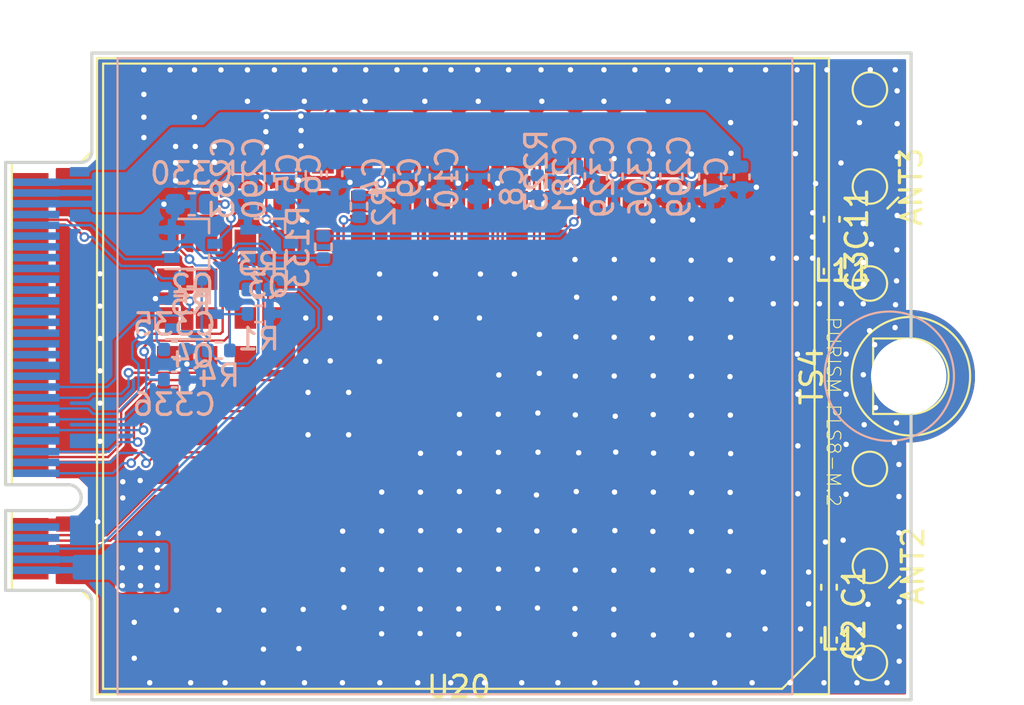
<source format=kicad_pcb>
(kicad_pcb (version 20211014) (generator pcbnew)
  (layers (0 "F.Cu" signal) (1 "In1.Cu" signal) (2 "In2.Cu" signal) (31 "B.Cu" signal) (34 "B.Paste" user "Paste Mask Bottom") (35 "F.Paste" user "Paste Mask Top") (36 "B.SilkS" user "Silkscreen Bottom") (37 "F.SilkS" user "Silkscreen Top") (38 "B.Mask" user "Solder Mask Bottom") (39 "F.Mask" user "Solder Mask Top") (44 "Edge.Cuts" user))
  (property "CHECKED DATE" "")
  (property "CHECKEDBY" "")
  (property "CODE" "")
  (property "DOCUMENTNUMBER" "")
  (property "DRAWN DATE" "")
  (property "DRAWNBY" "")
  (property "ORGANIZATION" "")
  (property "QC BY" "")
  (property "QC DATE" "")
  (property "RELEASE DATE" "")
  (property "RELEASED BY" "")
  (property "SCALE" "")
  (net 0 "")
  (net 1 "WOWWAN")
  (net 2 "VEXT_1V8")
  (net 3 "VBAT")
  (net 4 "USB_DP")
  (net 5 "USB_DN")
  (net 6 "PCM_SYNC")
  (net 7 "PCM_DOUT")
  (net 8 "PCM_DIN")
  (net 9 "PCM_BCLK")
  (net 10 "GND")
  (net 11 "CCVCC")
  (net 12 "CCRST")
  (net 13 "CCCLK")
  (net 14 "Net-(ANT2-Pad1)")
  (net 15 "CC_DET")
  (net 16 "4G_RESET")
  (net 17 "Net-(ANT3-Pad1)")
  (net 18 "Net-(C1-Pad2)")
  (net 19 "Net-(C2-Pad2)")
  (net 20 "Net-(C11-Pad2)")
  (net 21 "Net-(C3-Pad2)")
  (net 22 "Net-(C8-Pad1)")
  (net 23 "Net-(C330-Pad1)")
  (net 24 "Net-(Q2-Pad1)")
  (net 25 "4G_ON{slash}OFF")
  (net 26 "Net-(Q3-Pad3)")
  (net 27 "Net-(Q4-Pad1)")
  (net 28 "Net-(Q4-Pad3)")
  (net 29 "Net-(R2-Pad2)")
  (net 30 "Net-(TP1-Pad1)")
  (net 31 "Net-(TP39-Pad1)")
  (net 32 "CCIO")
  (footprint "Inductor_SMD:L_0402_1005Metric" (layer "F.Cu") (at 177.464526 93.754527 180)
    (fp_text reference "L11")
    (fp_text value "22nH")
  )
  (footprint "Capacitor_SMD:C_0402_1005Metric" (layer "F.Cu") (at 176.954527 94.961842 -90)
    (fp_text reference "C3")
    (fp_text value "18pF")
  )
  (footprint "Capacitor_SMD:C_0402_1005Metric" (layer "F.Cu") (at 176.833859 109.616162 -90)
    (fp_text reference "C1")
    (fp_text value "18pF")
  )
  (footprint "PLS8_M2_Key_B_3042:TEST_POINT" (layer "F.Cu") (at 177.817528 85.703162)
    (fp_text reference "TP39" hide)
    (fp_text value "TestPoint" hide)
  )
  (footprint "Capacitor_SMD:C_0402_1005Metric" (layer "F.Cu") (at 176.833859 112.067369 -90)
    (fp_text reference "C2")
    (fp_text value "18pF")
  )
  (footprint "PLS8_M2_Key_B_3042:M.2_Mounting_Hole" (layer "F.Cu") (at 180.530527 99.827495 90)
    (fp_text reference "TS4")
    (fp_text value "MountingHole_Pad")
  )
  (footprint "PLS8_M2_Key_B_3042:TEST_POINT" (layer "F.Cu") (at 177.800527 87.137162)
    (fp_text reference "TP1" hide)
    (fp_text value "TestPoint" hide)
  )
  (footprint "Capacitor_SMD:C_0402_1005Metric" (layer "F.Cu") (at 176.962193 92.548081 -90)
    (fp_text reference "C11")
    (fp_text value "18pF")
  )
  (footprint "PLS8_M2_Key_B_3042:MHF4_20449-001E" (layer "F.Cu") (at 178.645197 91.044164 -90)
    (fp_text reference "ANT3")
    (fp_text value "MHF4")
  )
  (footprint "PLS8_M2_Key_B_3042:MHF4_20449-001E" (layer "F.Cu") (at 178.728857 108.632824 -90)
    (fp_text reference "ANT2")
    (fp_text value "MHF4")
  )
  (footprint "PLS8_M2_Key_B_3042:PLS8" (layer "F.Cu") (at 159.662194 99.826829 180)
    (fp_text reference "U20")
    (fp_text value "PLS8")
  )
  (footprint "Inductor_SMD:L_0402_1005Metric" (layer "F.Cu") (at 177.292195 110.860495 180)
    (fp_text reference "L1")
    (fp_text value "22nH")
  )
  (footprint "PLS8_M2_Key_B_3042:M2_KEYB_3042" (layer "F.Cu") (at 138.630527 99.827495 90)
    (fp_text reference "U28" hide)
    (fp_text value "M2_KEYB" hide)
  )
  (footprint "Resistor_SMD:R_0402_1005Metric" (layer "B.Cu") (at 148.532194 98.631495)
    (fp_text reference "R4")
    (fp_text value "NC")
  )
  (footprint "Capacitor_SMD:C_0402_1005Metric" (layer "B.Cu") (at 146.473526 98.585163 180)
    (fp_text reference "C335")
    (fp_text value "220nF")
  )
  (footprint "Capacitor_SMD:C_0603_1608Metric" (layer "B.Cu") (at 167.76786 90.566827 -90)
    (fp_text reference "C329")
    (fp_text value "22uF")
  )
  (footprint "Capacitor_SMD:C_0603_1608Metric" (layer "B.Cu") (at 150.150194 90.638496 -90)
    (fp_text reference "C283")
    (fp_text value "22uF")
  )
  (footprint "Capacitor_SMD:C_0402_1005Metric" (layer "B.Cu") (at 152.921527 90.425494 -90)
    (fp_text reference "C5")
    (fp_text value "220nF")
  )
  (footprint "Package_TO_SOT_SMD:SOT-323_SC-70" (layer "B.Cu") (at 150.875861 93.683162)
    (fp_text reference "Q3")
    (fp_text value "NC")
  )
  (footprint "Capacitor_SMD:C_0603_1608Metric" (layer "B.Cu") (at 147.274193 91.848161 180)
    (fp_text reference "C330")
    (fp_text value "22uF")
  )
  (footprint "Capacitor_SMD:C_0603_1608Metric" (layer "B.Cu") (at 157.168526 90.614828 -90)
    (fp_text reference "C4")
    (fp_text value "22uF")
  )
  (footprint "Resistor_SMD:R_0402_1005Metric" (layer "B.Cu") (at 164.431194 90.302162 -90)
    (fp_text reference "R223")
    (fp_text value "1k")
  )
  (footprint "Capacitor_SMD:C_0603_1608Metric" (layer "B.Cu") (at 158.819859 90.614828 -90)
    (fp_text reference "C9")
    (fp_text value "22uF")
  )
  (footprint "Capacitor_SMD:C_0402_1005Metric" (layer "B.Cu") (at 146.462861 99.982829)
    (fp_text reference "C336")
    (fp_text value "10nF")
  )
  (footprint "Capacitor_SMD:C_0603_1608Metric" (layer "B.Cu") (at 166.02086 90.560495 -90)
    (fp_text reference "C281")
    (fp_text value "22uF")
  )
  (footprint "Capacitor_SMD:C_0603_1608Metric" (layer "B.Cu") (at 171.318195 90.566827 -90)
    (fp_text reference "C299")
    (fp_text value "22uF")
  )
  (footprint "Capacitor_SMD:C_0402_1005Metric" (layer "B.Cu") (at 172.78486 90.582494 -90)
    (fp_text reference "C7")
    (fp_text value "10nF")
  )
  (footprint "Capacitor_SMD:C_0603_1608Metric" (layer "B.Cu") (at 151.610526 90.638496 -90)
    (fp_text reference "C290")
    (fp_text value "22uF")
  )
  (footprint "Capacitor_SMD:C_0402_1005Metric" (layer "B.Cu") (at 163.29586 90.989829 -90)
    (fp_text reference "C8")
    (fp_text value "220nF")
  )
  (footprint "Resistor_SMD:R_0402_1005Metric" (layer "B.Cu") (at 155.031528 91.938496 90)
    (fp_text reference "R2")
    (fp_text value "100")
  )
  (footprint "Capacitor_SMD:C_0603_1608Metric" (layer "B.Cu") (at 169.520194 90.566827 -90)
    (fp_text reference "C306")
    (fp_text value "22uF")
  )
  (footprint "Resistor_SMD:R_0402_1005Metric" (layer "B.Cu") (at 147.227861 95.287829)
    (fp_text reference "R5")
    (fp_text value "100")
  )
  (footprint "Package_TO_SOT_SMD:SOT-323_SC-70" (layer "B.Cu") (at 147.34786 93.691496)
    (fp_text reference "Q2")
    (fp_text value "DMN61D9UWQ-13")
  )
  (footprint "Resistor_SMD:R_0402_1005Metric" (layer "B.Cu") (at 150.359861 95.801163 180)
    (fp_text reference "R3")
    (fp_text value "NC")
  )
  (footprint "Capacitor_SMD:C_0402_1005Metric" (layer "B.Cu") (at 153.898861 90.436495 -90)
    (fp_text reference "C6")
    (fp_text value "10nF")
  )
  (footprint "Resistor_SMD:R_0402_1005Metric" (layer "B.Cu") (at 150.376526 96.937495)
    (fp_text reference "R1")
    (fp_text value "NC")
  )
  (footprint "Capacitor_SMD:C_0603_1608Metric" (layer "B.Cu") (at 160.548195 90.614828 -90)
    (fp_text reference "C10")
    (fp_text value "22uF")
  )
  (footprint "Package_TO_SOT_SMD:SOT-323_SC-70" (layer "B.Cu") (at 147.377527 96.950829)
    (fp_text reference "Q4")
    (fp_text value "DMN61D9UWQ-13")
  )
  (footprint "Resistor_SMD:R_0402_1005Metric" (layer "B.Cu") (at 153.380528 93.832828 -90)
    (fp_text reference "R133")
    (fp_text value "NC")
  )
  (gr_line (start 138.639696 106.059826) (end 138.639696 109.759826) (layer "Edge.Cuts") (width 0.15))
  (gr_line (start 138.639696 104.859826) (end 141.539696 104.859826) (layer "Edge.Cuts") (width 0.15))
  (gr_line (start 138.639696 89.909826) (end 142.139696 89.909826) (layer "Edge.Cuts") (width 0.15))
  (gr_arc (start 142.639696 89.409826) (mid 142.493249 89.763379) (end 142.139696 89.909826) (layer "Edge.Cuts") (width 0.15))
  (gr_arc (start 141.539696 104.859826) (mid 142.139696 105.459826) (end 141.539696 106.059826) (layer "Edge.Cuts") (width 0.15))
  (gr_line (start 180.639696 84.834826) (end 180.639696 114.834826) (layer "Edge.Cuts") (width 0.15))
  (gr_line (start 142.139696 109.759826) (end 138.639696 109.759826) (layer "Edge.Cuts") (width 0.15))
  (gr_line (start 142.639696 110.259826) (end 142.639696 114.834826) (layer "Edge.Cuts") (width 0.15))
  (gr_arc (start 142.139696 109.759826) (mid 142.493249 109.906273) (end 142.639696 110.259826) (layer "Edge.Cuts") (width 0.15))
  (gr_line (start 180.639696 84.834826) (end 142.639696 84.834826) (layer "Edge.Cuts") (width 0.15))
  (gr_line (start 141.539696 106.059826) (end 138.639696 106.059826) (layer "Edge.Cuts") (width 0.15))
  (gr_line (start 142.639696 114.834826) (end 180.639696 114.834826) (layer "Edge.Cuts") (width 0.15))
  (gr_line (start 142.639696 89.409826) (end 142.639696 84.834826) (layer "Edge.Cuts") (width 0.15))
  (gr_line (start 138.639696 89.909826) (end 138.639696 104.859826) (layer "Edge.Cuts") (width 0.15))
  (gr_text "PURISM PLS8-M.2" (at 176.668528 97.025496 270) (layer "F.SilkS") (effects (font (size 0.635 0.635) (thickness 0.05)) (justify left bottom)))
  (segment (start 145.433526 100.008162) (end 153.787195 100.008162) (width 0.11) (layer "F.Cu") (net 1))
  (segment (start 143.398193 103.571828) (end 143.999528 102.970496) (width 0.11) (layer "F.Cu") (net 1))
  (segment (start 143.999528 101.442162) (end 145.433526 100.008162) (width 0.11) (layer "F.Cu") (net 1))
  (segment (start 143.999528 102.970496) (end 143.999528 101.442162) (width 0.11) (layer "F.Cu") (net 1))
  (segment (start 153.787195 100.008162) (end 154.318194 99.477163) (width 0.11) (layer "F.Cu") (net 1))
  (segment (start 139.630527 103.577495) (end 143.398193 103.577495) (width 0.11) (layer "F.Cu") (net 1))
  (segment (start 143.398193 103.577495) (end 143.398193 103.571828) (width 0.11) (layer "F.Cu") (net 1))
  (segment (start 154.318194 99.477163) (end 154.318194 92.580829) (width 0.11) (layer "F.Cu") (net 1))
  (via (at 154.318194 92.580829) (size 0.45) (drill 0.25) (layers "F.Cu" "B.Cu") (net 1))
  (segment (start 154.318194 92.580829) (end 154.794528 92.580829) (width 0.11) (layer "B.Cu") (net 1))
  (segment (start 154.845862 92.632162) (end 155.031528 92.446496) (width 0.11) (layer "B.Cu") (net 1))
  (segment (start 154.794528 92.580829) (end 154.845862 92.632162) (width 0.11) (layer "B.Cu") (net 1))
  (segment (start 164.997193 92.665827) (end 165.936192 91.726828) (width 0.11) (layer "F.Cu") (net 2))
  (segment (start 165.936192 91.726828) (end 165.962194 91.726828) (width 0.11) (layer "F.Cu") (net 2))
  (via (at 164.997193 92.665827) (size 0.45) (drill 0.25) (layers "F.Cu" "B.Cu") (net 2))
  (segment (start 153.380528 93.324828) (end 164.330194 93.332829) (width 0.11) (layer "B.Cu") (net 2))
  (segment (start 164.330194 93.332829) (end 164.997193 92.665827) (width 0.11) (layer "B.Cu") (net 2))
  (segment (start 170.085193 90.449827) (end 170.500981 90.449827) (width 0.3) (layer "F.Cu") (net 3))
  (segment (start 169.021193 90.449827) (end 169.030194 90.458829) (width 0.11) (layer "F.Cu") (net 3))
  (segment (start 169.030194 90.458829) (end 169.562195 89.926829) (width 0.11) (layer "F.Cu") (net 3))
  (segment (start 150.711194 88.487827) (end 151.201193 88.487827) (width 0.3) (layer "F.Cu") (net 3))
  (segment (start 170.372315 89.441163) (end 170.450981 89.519829) (width 0.3) (layer "F.Cu") (net 3))
  (segment (start 151.884526 89.604495) (end 152.342526 89.146495) (width 0.3) (layer "F.Cu") (net 3))
  (segment (start 169.969195 89.519829) (end 169.562195 89.926829) (width 0.11) (layer "F.Cu") (net 3))
  (segment (start 169.562195 89.926829) (end 170.085193 90.449827) (width 0.3) (layer "F.Cu") (net 3))
  (segment (start 151.884526 89.604495) (end 151.884526 88.462496) (width 0.3) (layer "F.Cu") (net 3))
  (segment (start 166.864696 89.734826) (end 166.939696 89.659826) (width 0.11) (layer "F.Cu") (net 3))
  (segment (start 168.659194 90.449827) (end 170.450981 90.449827) (width 0.3) (layer "F.Cu") (net 3))
  (segment (start 166.864696 90.478161) (end 166.911696 90.431161) (width 0.3) (layer "F.Cu") (net 3))
  (segment (start 172.289696 89.484826) (end 170.485984 89.484826) (width 0.3) (layer "F.Cu") (net 3))
  (segment (start 151.562193 88.126827) (end 151.610859 88.126827) (width 0.3) (layer "F.Cu") (net 3))
  (segment (start 166.864696 89.734826) (end 167.158359 89.441163) (width 0.3) (layer "F.Cu") (net 3))
  (segment (start 151.610859 88.126827) (end 151.915527 88.431495) (width 0.3) (layer "F.Cu") (net 3))
  (segment (start 151.259526 89.624162) (end 151.259526 88.429496) (width 0.3) (layer "F.Cu") (net 3))
  (segment (start 150.745194 89.189495) (end 150.824861 89.189495) (width 0.3) (layer "F.Cu") (net 3))
  (segment (start 168.659194 89.519829) (end 169.155193 89.519829) (width 0.11) (layer "F.Cu") (net 3))
  (segment (start 151.47186 88.217162) (end 151.562193 88.217162) (width 0.3) (layer "F.Cu") (net 3))
  (segment (start 170.450981 89.519829) (end 169.969195 89.519829) (width 0.11) (layer "F.Cu") (net 3))
  (segment (start 167.918032 90.061289) (end 168.31286 90.456116) (width 0.11) (layer "F.Cu") (net 3))
  (segment (start 167.158359 89.441163) (end 168.247859 89.441163) (width 0.3) (layer "F.Cu") (net 3))
  (segment (start 169.057863 90.431161) (end 169.562195 89.926829) (width 0.3) (layer "F.Cu") (net 3))
  (segment (start 168.169193 89.519829) (end 168.659194 89.519829) (width 0.11) (layer "F.Cu") (net 3))
  (segment (start 169.155193 89.519829) (end 169.562195 89.926829) (width 0.11) (layer "F.Cu") (net 3))
  (segment (start 151.562193 89.926829) (end 151.884526 89.604495) (width 0.3) (layer "F.Cu") (net 3))
  (segment (start 166.939696 89.659826) (end 167.49519 89.659826) (width 0.11) (layer "F.Cu") (net 3))
  (segment (start 167.762193 89.926829) (end 167.896653 90.061289) (width 0.11) (layer "F.Cu") (net 3))
  (segment (start 167.816361 89.872661) (end 168.169193 89.519829) (width 0.11) (layer "F.Cu") (net 3))
  (segment (start 166.864696 90.478161) (end 167.210861 90.478161) (width 0.11) (layer "F.Cu") (net 3))
  (segment (start 168.659194 90.449827) (end 169.021193 90.449827) (width 0.11) (layer "F.Cu") (net 3))
  (segment (start 151.201193 88.487827) (end 151.271693 88.41733) (width 0.3) (layer "F.Cu") (net 3))
  (segment (start 167.896653 90.061289) (end 167.918032 90.061289) (width 0.11) (layer "F.Cu") (net 3))
  (segment (start 167.816361 89.585328) (end 167.816361 89.872661) (width 0.11) (layer "F.Cu") (net 3))
  (segment (start 151.218528 87.783163) (end 151.562193 88.126827) (width 0.3) (layer "F.Cu") (net 3))
  (segment (start 167.02636 89.573162) (end 167.804195 89.573162) (width 0.11) (layer "F.Cu") (net 3))
  (segment (start 168.31286 90.456116) (end 168.319149 90.449827) (width 0.11) (layer "F.Cu") (net 3))
  (segment (start 167.762193 89.926829) (end 168.247859 89.441163) (width 0.3) (layer "F.Cu") (net 3))
  (segment (start 151.562193 88.126827) (end 151.924526 87.764496) (width 0.3) (layer "F.Cu") (net 3))
  (segment (start 167.49519 89.659826) (end 167.762193 89.926829) (width 0.11) (layer "F.Cu") (net 3))
  (segment (start 166.864696 89.734826) (end 167.02636 89.573162) (width 0.11) (layer "F.Cu") (net 3))
  (segment (start 170.485984 89.484826) (end 170.450981 89.519829) (width 0.3) (layer "F.Cu") (net 3))
  (segment (start 168.247859 89.441163) (end 170.372315 89.441163) (width 0.3) (layer "F.Cu") (net 3))
  (segment (start 144.052861 109.538829) (end 144.052861 108.717162) (width 0.11) (layer "F.Cu") (net 3))
  (segment (start 166.911696 90.431161) (end 169.057863 90.431161) (width 0.3) (layer "F.Cu") (net 3))
  (segment (start 151.271693 88.41733) (end 151.47186 88.217162) (width 0.3) (layer "F.Cu") (net 3))
  (segment (start 151.924526 87.764496) (end 152.336527 87.764496) (width 0.3) (layer "F.Cu") (net 3))
  (segment (start 150.730193 87.783163) (end 151.218528 87.783163) (width 0.3) (layer "F.Cu") (net 3))
  (segment (start 151.915527 88.431495) (end 152.345861 88.431495) (width 0.3) (layer "F.Cu") (net 3))
  (segment (start 151.562193 88.217162) (end 151.562193 88.126827) (width 0.11) (layer "F.Cu") (net 3))
  (segment (start 151.259526 89.624162) (end 151.562193 89.926829) (width 0.3) (layer "F.Cu") (net 3))
  (segment (start 151.259526 88.429496) (end 151.271693 88.41733) (width 0.3) (layer "F.Cu") (net 3))
  (segment (start 167.804195 89.573162) (end 167.816361 89.585328) (width 0.11) (layer "F.Cu") (net 3))
  (segment (start 150.824861 89.189495) (end 151.259526 89.624162) (width 0.3) (layer "F.Cu") (net 3))
  (segment (start 151.884526 88.462496) (end 151.915527 88.431495) (width 0.3) (layer "F.Cu") (net 3))
  (segment (start 168.319149 90.449827) (end 168.659194 90.449827) (width 0.11) (layer "F.Cu") (net 3))
  (segment (start 167.762193 89.926829) (end 167.816361 89.872661) (width 0.11) (layer "F.Cu") (net 3))
  (segment (start 167.210861 90.478161) (end 167.762193 89.926829) (width 0.11) (layer "F.Cu") (net 3))
  (via (at 150.730193 87.783163) (size 0.45) (drill 0.25) (layers "F.Cu" "B.Cu") (net 3))
  (via (at 150.711194 88.487827) (size 0.45) (drill 0.25) (layers "F.Cu" "B.Cu") (net 3))
  (via (at 144.898528 108.707827) (size 0.45) (drill 0.25) (layers "F.Cu" "B.Cu") (net 3))
  (via (at 152.336527 87.764496) (size 0.45) (drill 0.25) (layers "F.Cu" "B.Cu") (net 3))
  (via (at 166.864696 90.449827) (size 0.45) (drill 0.25) (layers "F.Cu" "B.Cu") (net 3))
  (via (at 148.32386 89.170495) (size 0.45) (drill 0.25) (layers "F.Cu" "B.Cu") (net 3))
  (via (at 172.289696 89.484826) (size 0.45) (drill 0.25) (layers "F.Cu" "B.Cu") (net 3))
  (via (at 147.437195 89.170495) (size 0.45) (drill 0.25) (layers "F.Cu" "B.Cu") (net 3))
  (via (at 144.052861 108.717162) (size 0.45) (drill 0.25) (layers "F.Cu" "B.Cu") (net 3))
  (via (at 147.437195 90.823827) (size 0.45) (drill 0.25) (layers "F.Cu" "B.Cu") (net 3))
  (via (at 170.450981 89.519829) (size 0.45) (drill 0.25) (layers "F.Cu" "B.Cu") (net 3))
  (via (at 144.898528 109.543828) (size 0.45) (drill 0.25) (layers "F.Cu" "B.Cu") (net 3))
  (via (at 166.864696 89.734826) (size 0.45) (drill 0.25) (layers "F.Cu" "B.Cu") (net 3))
  (via (at 148.32386 89.903496) (size 0.45) (drill 0.25) (layers "F.Cu" "B.Cu") (net 3))
  (via (at 145.678194 107.890496) (size 0.45) (drill 0.25) (layers "F.Cu" "B.Cu") (net 3))
  (via (at 152.345861 88.431495) (size 0.45) (drill 0.25) (layers "F.Cu" "B.Cu") (net 3))
  (via (at 170.450981 90.449827) (size 0.45) (drill 0.25) (layers "F.Cu" "B.Cu") (net 3))
  (via (at 146.52586 89.931495) (size 0.45) (drill 0.25) (layers "F.Cu" "B.Cu") (net 3))
  (via (at 145.678194 109.534161) (size 0.45) (drill 0.25) (layers "F.Cu" "B.Cu") (net 3))
  (via (at 144.898528 107.890496) (size 0.45) (drill 0.25) (layers "F.Cu" "B.Cu") (net 3))
  (via (at 168.659194 89.519829) (size 0.45) (drill 0.25) (layers "F.Cu" "B.Cu") (net 3))
  (via (at 152.342526 89.146495) (size 0.45) (drill 0.25) (layers "F.Cu" "B.Cu") (net 3))
  (via (at 145.678194 108.707827) (size 0.45) (drill 0.25) (layers "F.Cu" "B.Cu") (net 3))
  (via (at 168.659194 90.449827) (size 0.45) (drill 0.25) (layers "F.Cu" "B.Cu") (net 3))
  (via (at 146.52586 89.170495) (size 0.45) (drill 0.25) (layers "F.Cu" "B.Cu") (net 3))
  (via (at 147.437195 89.903496) (size 0.45) (drill 0.25) (layers "F.Cu" "B.Cu") (net 3))
  (via (at 150.745194 89.189495) (size 0.45) (drill 0.25) (layers "F.Cu" "B.Cu") (net 3))
  (via (at 144.052861 109.538829) (size 0.45) (drill 0.25) (layers "F.Cu" "B.Cu") (net 3))
  (via (at 146.52586 90.75816) (size 0.45) (drill 0.25) (layers "F.Cu" "B.Cu") (net 3))
  (segment (start 171.318195 89.791827) (end 171.628862 90.102494) (width 0.25) (layer "B.Cu") (net 3))
  (segment (start 139.880527 91.827495) (end 143.671528 91.827495) (width 0.3) (layer "B.Cu") (net 3))
  (segment (start 139.880527 91.327494) (end 144.039528 91.327494) (width 0.3) (layer "B.Cu") (net 3))
  (segment (start 165.187527 89.592829) (end 165.872758 89.592829) (width 0.11) (layer "B.Cu") (net 3))
  (segment (start 164.173858 89.534826) (end 164.431194 89.792162) (width 0.11) (layer "B.Cu") (net 3))
  (segment (start 143.685861 91.813162) (end 144.670528 90.828496) (width 0.11) (layer "B.Cu") (net 3))
  (segment (start 144.670528 90.827495) (end 147.612861 90.827495) (width 0.11) (layer "B.Cu") (net 3))
  (segment (start 147.437195 90.823827) (end 147.437195 89.903496) (width 0.11) (layer "B.Cu") (net 3))
  (segment (start 153.863859 90.000494) (end 153.880194 89.984162) (width 0.11) (layer "B.Cu") (net 3))
  (segment (start 152.864194 89.154829) (end 157.168526 89.154829) (width 0.11) (layer "B.Cu") (net 3))
  (segment (start 172.289696 89.484826) (end 172.289696 89.60733) (width 0.11) (layer "B.Cu") (net 3))
  (segment (start 152.864194 89.154829) (end 152.921527 89.212162) (width 0.11) (layer "B.Cu") (net 3))
  (segment (start 166.914357 89.936331) (end 166.915393 89.937367) (width 0.11) (layer "B.Cu") (net 3))
  (segment (start 165.872758 89.592829) (end 166.067188 89.787258) (width 0.11) (layer "B.Cu") (net 3))
  (segment (start 139.880527 90.827495) (end 144.539527 90.827495) (width 0.3) (layer "B.Cu") (net 3))
  (segment (start 144.898528 107.890496) (end 145.678194 107.890496) (width 0.11) (layer "B.Cu") (net 3))
  (segment (start 143.559859 107.890496) (end 144.052861 107.890496) (width 0.11) (layer "B.Cu") (net 3))
  (segment (start 166.864696 90.478161) (end 166.971347 90.37151) (width 0.11) (layer "B.Cu") (net 3))
  (segment (start 168.659194 89.954827) (end 169.357194 89.954827) (width 0.11) (layer "B.Cu") (net 3))
  (segment (start 169.858648 89.807494) (end 170.500981 90.449827) (width 0.11) (layer "B.Cu") (net 3))
  (segment (start 146.327527 89.170495) (end 146.52586 89.170495) (width 0.11) (layer "B.Cu") (net 3))
  (segment (start 157.168526 89.839828) (end 158.819859 89.839828) (width 0.25) (layer "B.Cu") (net 3))
  (segment (start 162.90486 89.984162) (end 163.317193 89.571828) (width 0.11) (layer "B.Cu") (net 3))
  (segment (start 147.612861 90.827495) (end 147.616526 90.823827) (width 0.11) (layer "B.Cu") (net 3))
  (segment (start 171.108981 89.791827) (end 170.450981 90.449827) (width 0.11) (layer "B.Cu") (net 3))
  (segment (start 167.78056 89.919587) (end 167.789376 89.928406) (width 0.11) (layer "B.Cu") (net 3))
  (segment (start 151.610526 90.013496) (end 152.908527 90.013496) (width 0.11) (layer "B.Cu") (net 3))
  (segment (start 143.942528 108.827494) (end 144.052861 108.717162) (width 0.11) (layer "B.Cu") (net 3))
  (segment (start 168.659194 89.954827) (end 168.659194 89.519829) (width 0.11) (layer "B.Cu") (net 3))
  (segment (start 167.76786 89.941827) (end 168.659194 89.954827) (width 0.11) (layer "B.Cu") (net 3))
  (segment (start 168.659194 90.449827) (end 168.659194 89.954827) (width 0.11) (layer "B.Cu") (net 3))
  (segment (start 158.819859 89.839828) (end 160.548195 89.839828) (width 0.25) (layer "B.Cu") (net 3))
  (segment (start 147.437195 89.903496) (end 148.32386 89.903496) (width 0.11) (layer "B.Cu") (net 3))
  (segment (start 144.898528 108.707827) (end 144.898528 107.890496) (width 0.11) (layer "B.Cu") (net 3))
  (segment (start 147.616526 90.823827) (end 148.42686 90.013496) (width 0.11) (layer "B.Cu") (net 3))
  (segment (start 145.678194 108.827494) (end 145.678194 108.707827) (width 0.11) (layer "B.Cu") (net 3))
  (segment (start 171.318195 89.791827) (end 171.108981 89.791827) (width 0.11) (layer "B.Cu") (net 3))
  (segment (start 144.06236 91.304662) (end 144.539527 90.827495) (width 0.11) (layer "B.Cu") (net 3))
  (segment (start 166.22086 89.935495) (end 166.913521 89.935495) (width 0.11) (layer "B.Cu") (net 3))
  (segment (start 139.880527 108.327495) (end 143.280861 108.327495) (width 0.3) (layer "B.Cu") (net 3))
  (segment (start 144.670528 90.828496) (end 144.670528 90.827495) (width 0.11) (layer "B.Cu") (net 3))
  (segment (start 153.880194 89.984162) (end 163.039696 89.984162) (width 0.11) (layer "B.Cu") (net 3))
  (segment (start 150.745194 89.189495) (end 151.610526 90.013496) (width 0.11) (layer "B.Cu") (net 3))
  (segment (start 146.52586 90.75816) (end 146.52586 89.931495) (width 0.11) (layer "B.Cu") (net 3))
  (segment (start 166.915393 89.937367) (end 167.952861 89.940161) (width 0.11) (layer "B.Cu") (net 3))
  (segment (start 169.357194 89.954827) (end 169.520194 89.791827) (width 0.11) (layer "B.Cu") (net 3))
  (segment (start 145.678194 109.534161) (end 145.678194 108.827494) (width 0.11) (layer "B.Cu") (net 3))
  (segment (start 166.067188 89.787258) (end 167.790156 89.860438) (width 0.11) (layer "B.Cu") (net 3))
  (segment (start 148.42686 90.013496) (end 150.150194 90.013496) (width 0.11) (layer "B.Cu") (net 3))
  (segment (start 163.489032 89.534826) (end 164.173858 89.534826) (width 0.11) (layer "B.Cu") (net 3))
  (segment (start 163.317193 89.571828) (end 164.048193 89.571828) (width 0.11) (layer "B.Cu") (net 3))
  (segment (start 164.048193 89.571828) (end 165.187527 89.592829) (width 0.11) (layer "B.Cu") (net 3))
  (segment (start 171.046197 89.519829) (end 171.318195 89.791827) (width 0.11) (layer "B.Cu") (net 3))
  (segment (start 166.914357 89.784487) (end 166.914357 89.936331) (width 0.11) (layer "B.Cu") (net 3))
  (segment (start 144.052861 107.890496) (end 144.898528 107.890496) (width 0.11) (layer "B.Cu") (net 3))
  (segment (start 170.450981 89.519829) (end 171.046197 89.519829) (width 0.11) (layer "B.Cu") (net 3))
  (segment (start 166.913521 89.935495) (end 166.914357 89.936331) (width 0.11) (layer "B.Cu") (net 3))
  (segment (start 166.971347 89.919587) (end 167.78056 89.919587) (width 0.11) (layer "B.Cu") (net 3))
  (segment (start 163.039696 89.984162) (end 163.489032 89.534826) (width 0.11) (layer "B.Cu") (net 3))
  (segment (start 146.52586 89.931495) (end 146.52586 89.170495) (width 0.11) (layer "B.Cu") (net 3))
  (segment (start 147.437195 89.903496) (end 147.437195 89.170495) (width 0.11) (layer "B.Cu") (net 3))
  (segment (start 143.12286 108.327495) (end 143.280861 108.327495) (width 0.11) (layer "B.Cu") (net 3))
  (segment (start 167.76786 89.941827) (end 167.952861 89.940161) (width 0.11) (layer "B.Cu") (net 3))
  (segment (start 139.880527 108.827494) (end 145.678194 108.827494) (width 0.3) (layer "B.Cu") (net 3))
  (segment (start 152.921527 90.000494) (end 152.921527 89.212162) (width 0.11) (layer "B.Cu") (net 3))
  (segment (start 152.921527 90.000494) (end 153.863859 90.000494) (width 0.11) (layer "B.Cu") (net 3))
  (segment (start 147.437195 90.823827) (end 147.616526 90.823827) (width 0.11) (layer "B.Cu") (net 3))
  (segment (start 169.520194 89.807494) (end 169.858648 89.807494) (width 0.11) (layer "B.Cu") (net 3))
  (segment (start 144.670528 90.827495) (end 146.327527 89.170495) (width 0.11) (layer "B.Cu") (net 3))
  (segment (start 152.908527 90.013496) (end 152.921527 90.000494) (width 0.11) (layer "B.Cu") (net 3))
  (segment (start 144.039528 91.327494) (end 144.06236 91.304662) (width 0.3) (layer "B.Cu") (net 3))
  (segment (start 144.052861 108.717162) (end 144.052861 107.890496) (width 0.11) (layer "B.Cu") (net 3))
  (segment (start 166.864696 89.734826) (end 166.914357 89.784487) (width 0.11) (layer "B.Cu") (net 3))
  (segment (start 171.305527 90.102494) (end 171.018195 89.815162) (width 0.25) (layer "B.Cu") (net 3))
  (segment (start 150.150194 90.013496) (end 151.610526 90.013496) (width 0.11) (layer "B.Cu") (net 3))
  (segment (start 166.971347 90.37151) (end 166.971347 89.919587) (width 0.11) (layer "B.Cu") (net 3))
  (segment (start 144.539527 90.827495) (end 144.670528 90.827495) (width 0.11) (layer "B.Cu") (net 3))
  (segment (start 167.790156 89.927626) (end 167.790156 89.860438) (width 0.11) (layer "B.Cu") (net 3))
  (segment (start 167.789376 89.928406) (end 167.790156 89.927626) (width 0.11) (layer "B.Cu") (net 3))
  (segment (start 139.880527 108.827494) (end 143.942528 108.827494) (width 0.11) (layer "B.Cu") (net 3))
  (segment (start 143.671528 91.827495) (end 143.685861 91.813162) (width 0.3) (layer "B.Cu") (net 3))
  (segment (start 145.678194 108.707827) (end 145.678194 107.890496) (width 0.11) (layer "B.Cu") (net 3))
  (segment (start 171.628862 90.102494) (end 172.78486 90.102494) (width 0.25) (layer "B.Cu") (net 3))
  (segment (start 172.289696 89.60733) (end 172.78486 90.102494) (width 0.11) (layer "B.Cu") (net 3))
  (segment (start 144.898528 109.543828) (end 144.898528 108.707827) (width 0.11) (layer "B.Cu") (net 3))
  (segment (start 143.12286 108.327495) (end 143.559859 107.890496) (width 0.11) (layer "B.Cu") (net 3))
  (segment (start 147.437195 89.170495) (end 148.32386 89.170495) (width 0.11) (layer "B.Cu") (net 3))
  (segment (start 146.52586 89.170495) (end 147.437195 89.170495) (width 0.11) (layer "B.Cu") (net 3))
  (segment (start 157.168526 90.00616) (end 157.168526 89.154829) (width 0.11) (layer "B.Cu") (net 3))
  (segment (start 166.954603 89.936331) (end 166.971347 89.919587) (width 0.11) (layer "B.Cu") (net 3))
  (segment (start 166.914357 89.936331) (end 166.954603 89.936331) (width 0.11) (layer "B.Cu") (net 3))
  (segment (start 163.55686 89.160828) (end 166.837194 89.160828) (width 0.11) (layer "F.Cu") (net 4))
  (segment (start 167.048359 88.945495) (end 167.048359 88.747829) (width 0.11) (layer "F.Cu") (net 4))
  (segment (start 167.045527 88.628162) (end 167.124526 88.549161) (width 0.11) (layer "F.Cu") (net 4))
  (segment (start 139.630527 107.577494) (end 140.445956 107.572267) (width 0.11) (layer "F.Cu") (net 4))
  (segment (start 145.56586 105.385495) (end 154.802859 105.385495) (width 0.11) (layer "F.Cu") (net 4))
  (segment (start 163.422527 96.765829) (end 163.422527 96.121828) (width 0.11) (layer "F.Cu") (net 4))
  (segment (start 167.124526 88.549161) (end 167.33986 88.549161) (width 0.11) (layer "F.Cu") (net 4))
  (segment (start 163.421194 96.120494) (end 163.421194 89.296495) (width 0.11) (layer "F.Cu") (net 4))
  (segment (start 163.421194 96.120494) (end 163.422527 96.121828) (width 0.11) (layer "F.Cu") (net 4))
  (segment (start 166.837194 89.160828) (end 166.837194 89.156663) (width 0.11) (layer "F.Cu") (net 4))
  (segment (start 154.802859 105.385495) (end 163.422527 96.765829) (width 0.11) (layer "F.Cu") (net 4))
  (segment (start 167.048359 88.747829) (end 167.048359 88.630994) (width 0.11) (layer "F.Cu") (net 4))
  (segment (start 143.49736 107.453995) (end 145.56586 105.385495) (width 0.11) (layer "F.Cu") (net 4))
  (segment (start 167.045527 88.628162) (end 167.048359 88.630994) (width 0.11) (layer "F.Cu") (net 4))
  (segment (start 140.445956 107.572267) (end 140.564229 107.453995) (width 0.11) (layer "F.Cu") (net 4))
  (segment (start 140.564229 107.453995) (end 143.49736 107.453995) (width 0.11) (layer "F.Cu") (net 4))
  (segment (start 163.421194 89.296495) (end 163.55686 89.160828) (width 0.11) (layer "F.Cu") (net 4))
  (segment (start 167.33986 88.549161) (end 167.762193 88.126827) (width 0.11) (layer "F.Cu") (net 4))
  (segment (start 166.837194 89.156663) (end 167.048359 88.945495) (width 0.11) (layer "F.Cu") (net 4))
  (segment (start 140.554861 107.200162) (end 140.554861 107.184495) (width 0.11) (layer "F.Cu") (net 5))
  (segment (start 166.785528 88.817161) (end 166.785528 88.738827) (width 0.11) (layer "F.Cu") (net 5))
  (segment (start 143.345194 107.200162) (end 143.345694 107.200663) (width 0.11) (layer "F.Cu") (net 5))
  (segment (start 140.554861 107.200162) (end 143.345194 107.200162) (width 0.11) (layer "F.Cu") (net 5))
  (segment (start 165.962194 88.126827) (end 166.388526 88.553161) (width 0.11) (layer "F.Cu") (net 5))
  (segment (start 139.630527 107.077495) (end 140.447861 107.077495) (width 0.11) (layer "F.Cu") (net 5))
  (segment (start 166.720194 88.884829) (end 166.720194 88.882495) (width 0.11) (layer "F.Cu") (net 5))
  (segment (start 145.450861 105.095495) (end 154.700528 105.095495) (width 0.11) (layer "F.Cu") (net 5))
  (segment (start 166.785528 88.738827) (end 166.785528 88.645162) (width 0.11) (layer "F.Cu") (net 5))
  (segment (start 154.700528 105.095495) (end 163.153526 96.642495) (width 0.11) (layer "F.Cu") (net 5))
  (segment (start 140.447861 107.077495) (end 140.554861 107.184495) (width 0.11) (layer "F.Cu") (net 5))
  (segment (start 163.430193 88.884829) (end 166.720194 88.884829) (width 0.11) (layer "F.Cu") (net 5))
  (segment (start 143.345694 107.200663) (end 145.450861 105.095495) (width 0.11) (layer "F.Cu") (net 5))
  (segment (start 166.388526 88.553161) (end 166.693526 88.553161) (width 0.11) (layer "F.Cu") (net 5))
  (segment (start 163.153526 89.161496) (end 163.430193 88.884829) (width 0.11) (layer "F.Cu") (net 5))
  (segment (start 163.153526 96.642495) (end 163.153526 89.161496) (width 0.11) (layer "F.Cu") (net 5))
  (segment (start 166.720194 88.882495) (end 166.785528 88.817161) (width 0.11) (layer "F.Cu") (net 5))
  (segment (start 166.693526 88.553161) (end 166.785528 88.645162) (width 0.11) (layer "F.Cu") (net 5))
  (segment (start 156.216194 101.774829) (end 159.491527 98.499494) (width 0.11) (layer "F.Cu") (net 6))
  (segment (start 144.908528 102.246161) (end 144.908528 102.073162) (width 0.11) (layer "F.Cu") (net 6))
  (segment (start 159.491527 98.499494) (end 159.491527 92.456161) (width 0.11) (layer "F.Cu") (net 6))
  (segment (start 144.908528 102.246161) (end 144.952526 102.246161) (width 0.11) (layer "F.Cu") (net 6))
  (segment (start 144.908528 102.073162) (end 145.206861 101.774829) (width 0.11) (layer "F.Cu") (net 6))
  (segment (start 158.762194 91.726828) (end 159.491527 92.456161) (width 0.11) (layer "F.Cu") (net 6))
  (segment (start 145.206861 101.774829) (end 156.216194 101.774829) (width 0.11) (layer "F.Cu") (net 6))
  (segment (start 144.952526 102.246161) (end 145.033859 102.327495) (width 0.11) (layer "F.Cu") (net 6))
  (via (at 145.033859 102.327495) (size 0.45) (drill 0.25) (layers "F.Cu" "B.Cu") (net 6))
  (segment (start 139.880527 102.327495) (end 145.033859 102.327495) (width 0.11) (layer "B.Cu") (net 6))
  (segment (start 144.590528 101.953495) (end 145.093859 101.450161) (width 0.11) (layer "F.Cu") (net 7))
  (segment (start 157.774527 99.543827) (end 157.774527 92.539163) (width 0.11) (layer "F.Cu") (net 7))
  (segment (start 156.962195 91.726828) (end 157.774527 92.539163) (width 0.11) (layer "F.Cu") (net 7))
  (segment (start 144.590528 102.697829) (end 144.766527 102.873828) (width 0.11) (layer "F.Cu") (net 7))
  (segment (start 144.590528 102.697829) (end 144.590528 101.953495) (width 0.11) (layer "F.Cu") (net 7))
  (segment (start 144.766527 102.883163) (end 144.766527 102.873828) (width 0.11) (layer "F.Cu") (net 7))
  (segment (start 145.093859 101.450161) (end 155.868194 101.450161) (width 0.11) (layer "F.Cu") (net 7))
  (segment (start 155.868194 101.450161) (end 157.774527 99.543827) (width 0.11) (layer "F.Cu") (net 7))
  (via (at 144.766527 102.883163) (size 0.45) (drill 0.25) (layers "F.Cu" "B.Cu") (net 7))
  (segment (start 143.879861 102.883163) (end 144.766527 102.883163) (width 0.11) (layer "B.Cu") (net 7))
  (segment (start 139.880527 103.327495) (end 143.435526 103.327495) (width 0.11) (layer "B.Cu") (net 7))
  (segment (start 143.435526 103.327495) (end 143.879861 102.883163) (width 0.11) (layer "B.Cu") (net 7))
  (segment (start 161.469526 92.619495) (end 162.362194 91.726828) (width 0.11) (layer "F.Cu") (net 8))
  (segment (start 145.150859 103.917829) (end 145.478527 103.590162) (width 0.11) (layer "F.Cu") (net 8))
  (segment (start 145.150859 103.917829) (end 145.150859 103.858828) (width 0.11) (layer "F.Cu") (net 8))
  (segment (start 155.35486 103.590162) (end 161.469526 97.475495) (width 0.11) (layer "F.Cu") (net 8))
  (segment (start 145.478527 103.590162) (end 155.35486 103.590162) (width 0.11) (layer "F.Cu") (net 8))
  (segment (start 161.469526 97.475495) (end 161.469526 92.619495) (width 0.11) (layer "F.Cu") (net 8))
  (via (at 145.150859 103.858828) (size 0.45) (drill 0.25) (layers "F.Cu" "B.Cu") (net 8))
  (segment (start 143.927859 103.390495) (end 144.869526 103.390495) (width 0.11) (layer "B.Cu") (net 8))
  (segment (start 143.49086 103.827494) (end 143.927859 103.390495) (width 0.11) (layer "B.Cu") (net 8))
  (segment (start 144.869526 103.390495) (end 145.150859 103.671828) (width 0.11) (layer "B.Cu") (net 8))
  (segment (start 139.880527 103.827494) (end 143.49086 103.827494) (width 0.11) (layer "B.Cu") (net 8))
  (segment (start 145.150859 103.858828) (end 145.150859 103.671828) (width 0.11) (layer "B.Cu") (net 8))
  (segment (start 155.146311 103.331496) (end 155.165528 103.331496) (width 0.11) (layer "F.Cu") (net 9))
  (segment (start 144.466195 103.859828) (end 144.526527 103.859828) (width 0.11) (layer "F.Cu") (net 9))
  (segment (start 144.526527 103.859828) (end 144.526527 103.763829) (width 0.11) (layer "F.Cu") (net 9))
  (segment (start 159.796527 92.492495) (end 160.562192 91.726828) (width 0.11) (layer "F.Cu") (net 9))
  (segment (start 144.934195 103.356162) (end 155.121645 103.356162) (width 0.11) (layer "F.Cu") (net 9))
  (segment (start 144.526527 103.763829) (end 144.934195 103.356162) (width 0.11) (layer "F.Cu") (net 9))
  (segment (start 155.121645 103.356162) (end 155.146311 103.331496) (width 0.11) (layer "F.Cu") (net 9))
  (segment (start 155.165528 103.331496) (end 159.796527 98.700494) (width 0.11) (layer "F.Cu") (net 9))
  (segment (start 159.796527 98.700494) (end 159.796527 92.492495) (width 0.11) (layer "F.Cu") (net 9))
  (via (at 144.466195 103.859828) (size 0.45) (drill 0.25) (layers "F.Cu" "B.Cu") (net 9))
  (segment (start 144.460193 103.865828) (end 144.466195 103.859828) (width 0.11) (layer "B.Cu") (net 9))
  (segment (start 139.880527 104.327496) (end 143.610527 104.327496) (width 0.11) (layer "B.Cu") (net 9))
  (segment (start 143.610527 104.327496) (end 144.072192 103.865828) (width 0.11) (layer "B.Cu") (net 9))
  (segment (start 144.072192 103.865828) (end 144.460193 103.865828) (width 0.11) (layer "B.Cu") (net 9))
  (segment (start 139.630527 108.577495) (end 143.30086 108.577495) (width 0.3) (layer "F.Cu") (net 10))
  (segment (start 170.436526 96.252495) (end 171.362194 95.326828) (width 0.11) (layer "F.Cu") (net 10))
  (segment (start 152.563527 97.126829) (end 153.699194 97.126829) (width 0.11) (layer "F.Cu") (net 10))
  (segment (start 150.581194 114.046496) (end 152.503194 114.046496) (width 0.11) (layer "F.Cu") (net 10))
  (segment (start 177.627193 100.66283) (end 177.627193 99.760495) (width 0.11) (layer "F.Cu") (net 10))
  (segment (start 177.800195 110.860495) (end 178.64286 110.406828) (width 0.11) (layer "F.Cu") (net 10))
  (segment (start 178.244194 112.913496) (end 178.244194 111.58616) (width 0.11) (layer "F.Cu") (net 10))
  (segment (start 145.325195 114.046496) (end 147.22386 114.046496) (width 0.11) (layer "F.Cu") (net 10))
  (segment (start 180.08986 111.449161) (end 180.08986 110.288162) (width 0.11) (layer "F.Cu") (net 10))
  (segment (start 161.496526 101.592495) (end 163.394526 99.694495) (width 0.11) (layer "F.Cu") (net 10))
  (segment (start 170.456526 99.832496) (end 171.362194 98.926828) (width 0.11) (layer "F.Cu") (net 10))
  (segment (start 153.910194 85.619161) (end 155.345528 85.614828) (width 0.11) (layer "F.Cu") (net 10))
  (segment (start 139.630527 108.077496) (end 143.30086 108.077496) (width 0.3) (layer "F.Cu") (net 10))
  (segment (start 154.335195 110.553828) (end 155.162193 109.726827) (width 0.11) (layer "F.Cu") (net 10))
  (segment (start 168.68686 111.830161) (end 168.68686 110.903162) (width 0.11) (layer "F.Cu") (net 10))
  (segment (start 157.866193 111.761829) (end 157.866193 110.622827) (width 0.11) (layer "F.Cu") (net 10))
  (segment (start 166.851527 110.637496) (end 167.762193 109.726827) (width 0.11) (layer "F.Cu") (net 10))
  (segment (start 157.895861 106.993162) (end 158.762194 106.126829) (width 0.11) (layer "F.Cu") (net 10))
  (segment (start 178.423526 92.745162) (end 177.850032 92.745162) (width 0.11) (layer "F.Cu") (net 10))
  (segment (start 178.423526 95.566828) (end 178.423526 94.549161) (width 0.11) (layer "F.Cu") (net 10))
  (segment (start 176.070528 93.371495) (end 176.078859 92.247827) (width 0.11) (layer "F.Cu") (net 10))
  (segment (start 161.502861 103.361496) (end 163.329528 101.534829) (width 0.11) (layer "F.Cu") (net 10))
  (segment (start 156.081861 111.776495) (end 156.081861 110.607161) (width 0.11) (layer "F.Cu") (net 10))
  (segment (start 166.39386 85.614828) (end 167.829193 85.614828) (width 0.11) (layer "F.Cu") (net 10))
  (segment (start 168.661193 94.427828) (end 169.562195 93.526829) (width 0.11) (layer "F.Cu") (net 10))
  (segment (start 175.512526 111.547161) (end 175.888194 111.171495) (width 0.11) (layer "F.Cu") (net 10))
  (segment (start 177.639696 92.034826) (end 178.635859 92.034826) (width 0.11) (layer "F.Cu") (net 10))
  (segment (start 143.30086 108.577495) (end 143.30086 108.077496) (width 0.3) (layer "F.Cu") (net 10))
  (segment (start 148.821528 114.046496) (end 150.581194 114.046496) (width 0.11) (layer "F.Cu") (net 10))
  (segment (start 163.310526 110.578494) (end 164.162193 109.726827) (width 0.11) (layer "F.Cu") (net 10))
  (segment (start 144.607528 112.908827) (end 144.607528 111.241495) (width 0.11) (layer "F.Cu") (net 10))
  (segment (start 172.265194 98.023828) (end 173.162193 97.126829) (width 0.11) (layer "F.Cu") (net 10))
  (segment (start 166.899861 106.989162) (end 167.762193 106.126829) (width 0.11) (layer "F.Cu") (net 10))
  (segment (start 170.439526 94.449494) (end 171.362194 93.526829) (width 0.11) (layer "F.Cu") (net 10))
  (segment (start 176.478193 107.517827) (end 176.668193 107.517827) (width 0.11) (layer "F.Cu") (net 10))
  (segment (start 143.387861 91.077494) (end 145.084194 89.38116) (width 0.3) (layer "F.Cu") (net 10))
  (segment (start 179.993861 89.644828) (end 179.993861 88.116494) (width 0.11) (layer "F.Cu") (net 10))
  (segment (start 177.949526 93.754527) (end 178.747496 93.754527) (width 0.11) (layer "F.Cu") (net 10))
  (segment (start 139.630527 96.577496) (end 143.016528 96.577496) (width 0.3) (layer "F.Cu") (net 10))
  (segment (start 155.999527 114.046496) (end 157.759193 114.046496) (width 0.11) (layer "F.Cu") (net 10))
  (segment (start 170.472528 103.416494) (end 171.362194 102.526829) (width 0.11) (layer "F.Cu") (net 10))
  (segment (start 168.696195 103.392829) (end 169.562195 102.526829) (width 0.11) (layer "F.Cu") (net 10))
  (segment (start 177.389696 89.934826) (end 177.167527 89.934826) (width 0.11) (layer "F.Cu") (net 10))
  (segment (start 179.993861 91.044164) (end 179.993861 89.644828) (width 0.11) (layer "F.Cu") (net 10))
  (segment (start 166.882193 96.206829) (end 167.762193 95.326828) (width 0.11) (layer "F.Cu") (net 10))
  (segment (start 180.08986 113.046828) (end 180.08986 111.449161) (width 0.11) (layer "F.Cu") (net 10))
  (segment (start 166.85886 108.830161) (end 167.762193 107.926828) (width 0.11) (layer "F.Cu") (net 10))
  (segment (start 159.665527 111.791494) (end 159.665527 110.623495) (width 0.11) (layer "F.Cu") (net 10))
  (segment (start 172.272527 103.416494) (end 173.162193 102.526829) (width 0.11) (layer "F.Cu") (net 10))
  (segment (start 147.403527 85.619161) (end 148.63086 85.619161) (width 0.11) (layer "F.Cu") (net 10))
  (segment (start 178.423526 96.466496) (end 178.423526 95.566828) (width 0.11) (layer "F.Cu") (net 10))
  (segment (start 157.866193 110.622827) (end 158.762194 109.726827) (width 0.11) (layer "F.Cu") (net 10))
  (segment (start 173.138195 104.326828) (end 173.162193 104.326828) (width 0.11) (layer "F.Cu") (net 10))
  (segment (start 165.127195 96.161828) (end 165.962194 95.326828) (width 0.11) (layer "F.Cu") (net 10))
  (segment (start 156.081861 108.792496) (end 156.947526 107.926828) (width 0.11) (layer "F.Cu") (net 10))
  (segment (start 176.60086 114.046496) (end 178.129193 114.046496) (width 0.11) (layer "F.Cu") (net 10))
  (segment (start 170.462526 108.826496) (end 171.362194 107.926828) (width 0.11) (layer "F.Cu") (net 10))
  (segment (start 156.947526 107.926828) (end 156.962195 107.926828) (width 0.11) (layer "F.Cu") (net 10))
  (segment (start 145.05486 85.619161) (end 146.269193 85.619161) (width 0.11) (layer "F.Cu") (net 10))
  (segment (start 145.05486 88.755495) (end 145.084194 88.784829) (width 0.3) (layer "F.Cu") (net 10))
  (segment (start 177.627193 100.66283) (end 178.464859 102.077495) (width 0.11) (layer "F.Cu") (net 10))
  (segment (start 170.426194 98.062827) (end 171.362194 97.126829) (width 0.11) (layer "F.Cu") (net 10))
  (segment (start 170.457194 107.031829) (end 171.362194 106.126829) (width 0.11) (layer "F.Cu") (net 10))
  (segment (start 172.257193 107.031829) (end 173.162193 106.126829) (width 0.11) (layer "F.Cu") (net 10))
  (segment (start 143.733194 108.077161) (end 144.695193 107.115161) (width 0.3) (layer "F.Cu") (net 10))
  (segment (start 180.078862 105.408827) (end 180.078862 103.920494) (width 0.11) (layer "F.Cu") (net 10))
  (segment (start 161.523859 106.965161) (end 162.362194 106.126829) (width 0.11) (layer "F.Cu") (net 10))
  (segment (start 178.747496 93.754527) (end 178.796195 93.705828) (width 0.11) (layer "F.Cu") (net 10))
  (segment (start 168.685859 105.203161) (end 169.562195 104.326828) (width 0.11) (layer "F.Cu") (net 10))
  (segment (start 154.26286 114.046496) (end 155.999527 114.046496) (width 0.11) (layer "F.Cu") (net 10))
  (segment (start 152.503194 114.046496) (end 154.26286 114.046496) (width 0.11) (layer "F.Cu") (net 10))
  (segment (start 148.63086 85.619161) (end 149.858193 85.619161) (width 0.11) (layer "F.Cu") (net 10))
  (segment (start 180.084163 108.632786) (end 180.08986 110.288162) (width 0.11) (layer "F.Cu") (net 10))
  (segment (start 178.464859 102.077495) (end 179.873193 102.908827) (width 0.11) (layer "F.Cu") (net 10))
  (segment (start 144.07586 105.473163) (end 144.883527 104.665496) (width 0.11) (layer "F.Cu") (net 10))
  (segment (start 144.695193 107.115161) (end 144.886194 107.115161) (width 0.11) (layer "F.Cu") (net 10))
  (segment (start 145.084194 89.38116) (end 145.084194 88.784829) (width 0.3) (layer "F.Cu") (net 10))
  (segment (start 160.854861 114.046496) (end 162.580195 114.046496) (width 0.11) (layer "F.Cu") (net 10))
  (segment (start 160.539193 85.614828) (end 161.971194 85.614828) (width 0.11) (layer "F.Cu") (net 10))
  (segment (start 165.048861 111.797496) (end 165.048861 110.607829) (width 0.11) (layer "F.Cu") (net 10))
  (segment (start 179.897526 97.570829) (end 179.967193 95.404496) (width 0.11) (layer "F.Cu") (net 10))
  (segment (start 152.497527 85.619161) (end 153.910194 85.619161) (width 0.11) (layer "F.Cu") (net 10))
  (segment (start 178.244194 110.805494) (end 178.64286 110.406828) (width 0.11) (layer "F.Cu") (net 10))
  (segment (start 151.108526 85.619161) (end 152.497527 85.619161) (width 0.11) (layer "F.Cu") (net 10))
  (segment (start 139.630527 101.077495) (end 143.02286 101.077495) (width 0.3) (layer "F.Cu") (net 10))
  (segment (start 168.421194 110.637496) (end 168.68686 110.903162) (width 0.11) (layer "F.Cu") (net 10))
  (segment (start 177.40586 96.466496) (end 178.423526 96.466496) (width 0.11) (layer "F.Cu") (net 10))
  (segment (start 159.300193 85.614828) (end 160.539193 85.614828) (width 0.11) (layer "F.Cu") (net 10))
  (segment (start 170.471195 111.830161) (end 172.182195 111.830161) (width 0.11) (layer "F.Cu") (net 10))
  (segment (start 176.078859 92.247827) (end 176.078859 91.046496) (width 0.11) (layer "F.Cu") (net 10))
  (segment (start 143.013528 102.577494) (end 143.022195 102.586161) (width 0.3) (layer "F.Cu") (net 10))
  (segment (start 179.090195 114.046496) (end 180.08986 113.046828) (width 0.11) (layer "F.Cu") (net 10))
  (segment (start 165.02786 106.992494) (end 165.893528 106.126829) (width 0.11) (layer "F.Cu") (net 10))
  (segment (start 172.254193 94.434828) (end 173.162193 93.526829) (width 0.11) (layer "F.Cu") (net 10))
  (segment (start 177.167527 89.934826) (end 176.213192 90.889161) (width 0.11) (layer "F.Cu") (net 10))
  (segment (start 161.509861 108.779161) (end 162.362194 107.926828) (width 0.11) (layer "F.Cu") (net 10))
  (segment (start 177.639696 92.534826) (end 177.639696 92.034826) (width 0.11) (layer "F.Cu") (net 10))
  (segment (start 179.018193 85.614828) (end 179.993861 86.590495) (width 0.11) (layer "F.Cu") (net 10))
  (segment (start 143.30086 108.077496) (end 143.733194 108.077496) (width 0.3) (layer "F.Cu") (net 10))
  (segment (start 163.264194 105.337494) (end 165.22386 103.377828) (width 0.11) (layer "F.Cu") (net 10))
  (segment (start 165.22386 103.377828) (end 166.918527 101.683163) (width 0.11) (layer "F.Cu") (net 10))
  (segment (start 180.078862 107.092829) (end 180.078862 105.408827) (width 0.11) (layer "F.Cu") (net 10))
  (segment (start 159.694526 106.994496) (end 160.562192 106.126829) (width 0.11) (layer "F.Cu") (net 10))
  (segment (start 171.362194 95.326828) (end 172.294861 96.259496) (width 0.11) (layer "F.Cu") (net 10))
  (segment (start 143.022195 102.828162) (end 143.022195 102.586161) (width 0.3) (layer "F.Cu") (net 10))
  (segment (start 154.614696 90.834826) (end 154.614696 90.474326) (width 0.11) (layer "F.Cu") (net 10))
  (segment (start 173.867528 111.547161) (end 175.512526 111.547161) (width 0.11) (layer "F.Cu") (net 10))
  (segment (start 163.476195 85.614828) (end 164.842527 85.614828) (width 0.11) (layer "F.Cu") (net 10))
  (segment (start 149.858193 85.619161) (end 151.108526 85.619161) (width 0.11) (layer "F.Cu") (net 10))
  (segment (start 178.423526 94.163942) (end 178.423526 93.896275) (width 0.11) (layer "F.Cu") (net 10))
  (segment (start 152.563527 99.130496) (end 152.563527 97.126829) (width 0.11) (layer "F.Cu") (net 10))
  (segment (start 172.250193 105.21483) (end 173.138195 104.326828) (width 0.11) (layer "F.Cu") (net 10))
  (segment (start 166.851527 110.637496) (end 168.421194 110.637496) (width 0.11) (layer "F.Cu") (net 10))
  (segment (start 180.084122 108.632824) (end 180.084163 108.632786) (width 0.11) (layer "F.Cu") (net 10))
  (segment (start 178.464859 102.077495) (end 178.991528 101.28783) (width 0.11) (layer "F.Cu") (net 10))
  (segment (start 161.502861 105.186161) (end 163.33586 103.353162) (width 0.11) (layer "F.Cu") (net 10))
  (segment (start 179.967193 95.404496) (end 179.980528 93.969495) (width 0.11) (layer "F.Cu") (net 10))
  (segment (start 177.850032 92.745162) (end 177.639696 92.534826) (width 0.11) (layer "F.Cu") (net 10))
  (segment (start 175.888194 110.387161) (end 175.888194 108.912496) (width 0.11) (layer "F.Cu") (net 10))
  (segment (start 145.05486 87.811829) (end 145.05486 86.754496) (width 0.11) (layer "F.Cu") (net 10))
  (segment (start 176.070528 94.352494) (end 176.070528 93.371495) (width 0.11) (layer "F.Cu") (net 10))
  (segment (start 156.081861 110.607161) (end 156.962195 109.726827) (width 0.11) (layer "F.Cu") (net 10))
  (segment (start 166.918527 101.683163) (end 167.762193 102.526829) (width 0.11) (layer "F.Cu") (net 10))
  (segment (start 175.311528 96.466496) (end 176.388193 96.466496) (width 0.11) (layer "F.Cu") (net 10))
  (segment (start 166.87586 94.413162) (end 167.762193 93.526829) (width 0.11) (layer "F.Cu") (net 10))
  (segment (start 142.913528 106.577494) (end 143.28686 106.577494) (width 0.11) (layer "F.Cu") (net 10))
  (segment (start 155.345528 85.614828) (end 156.793193 85.614828) (width 0.11) (layer "F.Cu") (net 10))
  (segment (start 168.640861 98.048161) (end 169.562195 97.126829) (width 0.11) (layer "F.Cu") (net 10))
  (segment (start 153.699194 99.115495) (end 153.699194 97.126829) (width 0.11) (layer "F.Cu") (net 10))
  (segment (start 179.963528 101.994163) (end 180.078862 103.920494) (width 0.11) (layer "F.Cu") (net 10))
  (segment (start 167.829193 85.614828) (end 169.353861 85.614828) (width 0.11) (layer "F.Cu") (net 10))
  (segment (start 163.311859 108.777162) (end 164.162193 107.926828) (width 0.11) (layer "F.Cu") (net 10))
  (segment (start 156.08686 105.202163) (end 157.885861 103.403162) (width 0.11) (layer "F.Cu") (net 10))
  (segment (start 145.714526 91.577496) (end 145.985193 91.848161) (width 0.3) (layer "F.Cu") (net 10))
  (segment (start 139.630527 102.577494) (end 143.013528 102.577494) (width 0.3) (layer "F.Cu") (net 10))
  (segment (start 159.690528 101.598494) (end 161.519861 99.769161) (width 0.11) (layer "F.Cu") (net 10))
  (segment (start 143.013528 99.577495) (end 143.02286 99.577495) (width 0.11) (layer "F.Cu") (net 10))
  (segment (start 161.495861 110.593163) (end 162.362194 109.726827) (width 0.11) (layer "F.Cu") (net 10))
  (segment (start 144.607528 113.328829) (end 145.325195 114.046496) (width 0.11) (layer "F.Cu") (net 10))
  (segment (start 176.388193 96.466496) (end 177.40586 96.466496) (width 0.11) (layer "F.Cu") (net 10))
  (segment (start 179.873193 102.908827) (end 180.078862 103.920494) (width 0.11) (layer "F.Cu") (net 10))
  (segment (start 157.759193 114.046496) (end 159.287527 114.046496) (width 0.11) (layer "F.Cu") (net 10))
  (segment (start 139.630527 106.577494) (end 142.897194 106.577494) (width 0.3) (layer "F.Cu") (net 10))
  (segment (start 169.353861 85.614828) (end 170.859192 85.614828) (width 0.11) (layer "F.Cu") (net 10))
  (segment (start 178.715527 97.715162) (end 178.951861 98.365161) (width 0.11) (layer "F.Cu") (net 10))
  (segment (start 151.562193 97.126829) (end 152.563527 97.126829) (width 0.11) (layer "F.Cu") (net 10))
  (segment (start 142.897194 106.577494) (end 142.913528 106.577494) (width 0.11) (layer "F.Cu") (net 10))
  (segment (start 159.680528 108.808495) (end 160.562192 107.926828) (width 0.11) (layer "F.Cu") (net 10))
  (segment (start 165.050195 94.414828) (end 165.962194 95.326828) (width 0.11) (layer "F.Cu") (net 10))
  (segment (start 173.266528 114.046496) (end 175.026195 114.046496) (width 0.11) (layer "F.Cu") (net 10))
  (segment (start 168.681526 101.607496) (end 169.562195 100.726827) (width 0.11) (layer "F.Cu") (net 10))
  (segment (start 145.05486 86.754496) (end 145.05486 85.619161) (width 0.11) (layer "F.Cu") (net 10))
  (segment (start 166.870526 98.018494) (end 167.762193 97.126829) (width 0.11) (layer "F.Cu") (net 10))
  (segment (start 178.423526 94.549161) (end 178.423526 94.146162) (width 0.11) (layer "F.Cu") (net 10))
  (segment (start 172.182195 111.830161) (end 173.867528 111.547161) (width 0.11) (layer "F.Cu") (net 10))
  (segment (start 143.02286 101.077495) (end 143.024194 101.077495) (width 0.11) (layer "F.Cu") (net 10))
  (segment (start 163.398859 97.89016) (end 165.127195 96.161828) (width 0.11) (layer "F.Cu") (net 10))
  (segment (start 157.885861 103.403162) (end 159.690528 101.598494) (width 0.11) (layer "F.Cu") (net 10))
  (segment (start 173.892194 85.614828) (end 175.351193 85.614828) (width 0.11) (layer "F.Cu") (net 10))
  (segment (start 139.630527 95.077494) (end 143.016528 95.077494) (width 0.3) (layer "F.Cu") (net 10))
  (segment (start 176.078859 91.046496) (end 176.213192 90.889161) (width 0.11) (layer "F.Cu") (net 10))
  (segment (start 170.859192 85.614828) (end 172.271526 85.614828) (width 0.11) (layer "F.Cu") (net 10))
  (segment (start 178.635859 92.034826) (end 178.645197 92.044164) (width 0.11) (layer "F.Cu") (net 10))
  (segment (start 157.884527 105.204494) (end 159.690528 103.398496) (width 0.11) (layer "F.Cu") (net 10))
  (segment (start 174.249526 96.466496) (end 175.311528 96.466496) (width 0.11) (layer "F.Cu") (net 10))
  (segment (start 165.048861 110.607829) (end 165.92986 109.726827) (width 0.11) (layer "F.Cu") (net 10))
  (segment (start 177.627193 99.760495) (end 177.627193 98.803496) (width 0.11) (layer "F.Cu") (net 10))
  (segment (start 166.88586 105.203161) (end 167.762193 104.326828) (width 0.11) (layer "F.Cu") (net 10))
  (segment (start 171.362194 104.326828) (end 172.250193 105.21483) (width 0.11) (layer "F.Cu") (net 10))
  (segment (start 165.111193 105.177829) (end 165.962194 104.326828) (width 0.11) (layer "F.Cu") (net 10))
  (segment (start 163.394526 99.694495) (end 165.089194 97.999827) (width 0.11) (layer "F.Cu") (net 10))
  (segment (start 168.664861 107.02416) (end 169.562195 106.126829) (width 0.11) (layer "F.Cu") (net 10))
  (segment (start 145.05486 88.755495) (end 145.05486 87.811829) (width 0.11) (layer "F.Cu") (net 10))
  (segment (start 173.991861 94.356495) (end 174.22786 94.356495) (width 0.11) (layer "F.Cu") (net 10))
  (segment (start 163.33586 103.353162) (end 165.066194 101.622828) (width 0.11) (layer "F.Cu") (net 10))
  (segment (start 164.259193 114.046496) (end 165.967861 114.046496) (width 0.11) (layer "F.Cu") (net 10))
  (segment (start 169.712195 114.046496) (end 171.529859 114.046496) (width 0.11) (layer "F.Cu") (net 10))
  (segment (start 178.129193 114.046496) (end 179.52586 114.046496) (width 0.11) (layer "F.Cu") (net 10))
  (segment (start 165.041528 99.822829) (end 165.066194 99.822829) (width 0.11) (layer "F.Cu") (net 10))
  (segment (start 168.668526 92.620496) (end 169.562195 91.726828) (width 0.11) (layer "F.Cu") (net 10))
  (segment (start 159.688859 105.175495) (end 161.502861 103.361496) (width 0.11) (layer "F.Cu") (net 10))
  (segment (start 156.793193 85.614828) (end 158.105527 85.614828) (width 0.11) (layer "F.Cu") (net 10))
  (segment (start 179.018193 85.614828) (end 179.905527 85.614828) (width 0.11) (layer "F.Cu") (net 10))
  (segment (start 162.580195 114.046496) (end 164.259193 114.046496) (width 0.11) (layer "F.Cu") (net 10))
  (segment (start 164.162193 91.726828) (end 165.032194 91.726828) (width 0.11) (layer "F.Cu") (net 10))
  (segment (start 150.611527 110.677496) (end 151.562193 109.726827) (width 0.11) (layer "F.Cu") (net 10))
  (segment (start 175.351193 85.614828) (end 176.740194 85.614828) (width 0.11) (layer "F.Cu") (net 10))
  (segment (start 166.851527 111.827161) (end 166.851527 110.637496) (width 0.11) (layer "F.Cu") (net 10))
  (segment (start 175.319194 94.352494) (end 176.070528 94.352494) (width 0.11) (layer "F.Cu") (net 10))
  (segment (start 165.066194 101.622828) (end 166.871194 99.817827) (width 0.11) (layer "F.Cu") (net 10))
  (segment (start 158.105527 85.614828) (end 159.300193 85.614828) (width 0.11) (layer "F.Cu") (net 10))
  (segment (start 179.993861 92.371828) (end 179.993861 91.044164) (width 0.11) (layer "F.Cu") (net 10))
  (segment (start 161.519861 99.769161) (end 163.398859 97.89016) (width 0.11) (layer "F.Cu") (net 10))
  (segment (start 175.888194 108.107829) (end 176.478193 107.517827) (width 0.11) (layer "F.Cu") (net 10))
  (segment (start 179.090195 114.046496) (end 179.52586 114.046496) (width 0.11) (layer "F.Cu") (net 10))
  (segment (start 170.511195 92.577829) (end 171.362194 91.726828) (width 0.11) (layer "F.Cu") (net 10))
  (segment (start 168.669527 96.219496) (end 169.562195 95.326828) (width 0.11) (layer "F.Cu") (net 10))
  (segment (start 139.630527 99.577495) (end 143.013528 99.577495) (width 0.3) (layer "F.Cu") (net 10))
  (segment (start 177.627193 98.803496) (end 178.715527 97.715162) (width 0.11) (layer "F.Cu") (net 10))
  (segment (start 175.888194 111.171495) (end 175.888194 110.387161) (width 0.11) (layer "F.Cu") (net 10))
  (segment (start 168.681526 99.807495) (end 169.562195 98.926828) (width 0.11) (layer "F.Cu") (net 10))
  (segment (start 165.893528 106.126829) (end 165.962194 106.126829) (width 0.11) (layer "F.Cu") (net 10))
  (segment (start 152.503194 114.046496) (end 152.503194 113.226495) (width 0.11) (layer "F.Cu") (net 10))
  (segment (start 165.089194 97.999827) (end 166.882193 96.206829) (width 0.11) (layer "F.Cu") (net 10))
  (segment (start 165.06686 108.82216) (end 165.962194 107.926828) (width 0.11) (layer "F.Cu") (net 10))
  (segment (start 166.941194 103.347828) (end 167.762193 102.526829) (width 0.11) (layer "F.Cu") (net 10))
  (segment (start 159.690528 103.398496) (end 161.496526 101.592495) (width 0.11) (layer "F.Cu") (net 10))
  (segment (start 152.245859 112.969163) (end 152.245859 112.462496) (width 0.11) (layer "F.Cu") (net 10))
  (segment (start 177.627193 99.760495) (end 178.425195 99.760495) (width 0.11) (layer "F.Cu") (net 10))
  (segment (start 179.993861 88.116494) (end 179.993861 86.590495) (width 0.11) (layer "F.Cu") (net 10))
  (segment (start 165.92986 109.726827) (end 165.962194 109.726827) (width 0.11) (layer "F.Cu") (net 10))
  (segment (start 144.07586 105.473163) (end 144.07586 104.721828) (width 0.11) (layer "F.Cu") (net 10))
  (segment (start 178.715527 97.715162) (end 179.919527 96.511161) (width 0.11) (layer "F.Cu") (net 10))
  (segment (start 147.22386 114.046496) (end 148.821528 114.046496) (width 0.11) (layer "F.Cu") (net 10))
  (segment (start 159.665527 110.623495) (end 160.562192 109.726827) (width 0.11) (layer "F.Cu") (net 10))
  (segment (start 154.290193 108.798828) (end 155.162193 107.926828) (width 0.11) (layer "F.Cu") (net 10))
  (segment (start 177.406695 107.517827) (end 177.489696 107.434826) (width 0.11) (layer "F.Cu") (net 10))
  (segment (start 175.026195 114.046496) (end 176.60086 114.046496) (width 0.11) (layer "F.Cu") (net 10))
  (segment (start 144.07586 105.788496) (end 144.07586 105.473163) (width 0.11) (layer "F.Cu") (net 10))
  (segment (start 173.162193 93.526829) (end 173.991861 94.356495) (width 0.11) (layer "F.Cu") (net 10))
  (segment (start 170.465528 105.223496) (end 171.362194 104.326828) (width 0.11) (layer "F.Cu") (net 10))
  (segment (start 143.022195 102.846163) (end 143.022195 102.828162) (width 0.11) (layer "F.Cu") (net 10))
  (segment (start 161.971194 85.614828) (end 163.476195 85.614828) (width 0.11) (layer "F.Cu") (net 10))
  (segment (start 154.614696 90.474326) (end 155.162193 89.926829) (width 0.11) (layer "F.Cu") (net 10))
  (segment (start 174.22786 94.356495) (end 175.319194 94.352494) (width 0.11) (layer "F.Cu") (net 10))
  (segment (start 179.919527 96.511161) (end 179.967193 95.404496) (width 0.11) (layer "F.Cu") (net 10))
  (segment (start 165.066194 99.822829) (end 166.870526 98.018494) (width 0.11) (layer "F.Cu") (net 10))
  (segment (start 180.078862 107.092829) (end 180.084163 108.632786) (width 0.11) (layer "F.Cu") (net 10))
  (segment (start 152.245859 112.969163) (end 152.503194 113.226495) (width 0.11) (layer "F.Cu") (net 10))
  (segment (start 144.607528 113.328829) (end 144.607528 112.908827) (width 0.11) (layer "F.Cu") (net 10))
  (segment (start 139.630527 98.077496) (end 143.02586 98.077496) (width 0.3) (layer "F.Cu") (net 10))
  (segment (start 146.269193 85.619161) (end 147.403527 85.619161) (width 0.11) (layer "F.Cu") (net 10))
  (segment (start 159.287527 114.046496) (end 160.854861 114.046496) (width 0.11) (layer "F.Cu") (net 10))
  (segment (start 157.880859 108.808162) (end 158.762194 107.926828) (width 0.11) (layer "F.Cu") (net 10))
  (segment (start 178.423526 94.146162) (end 178.423526 92.745162) (width 0.11) (layer "F.Cu") (net 10))
  (segment (start 175.888194 108.912496) (end 175.888194 108.107829) (width 0.11) (layer "F.Cu") (net 10))
  (segment (start 166.871194 99.817827) (end 167.762193 98.926828) (width 0.11) (layer "F.Cu") (net 10))
  (segment (start 167.930859 114.046496) (end 169.712195 114.046496) (width 0.11) (layer "F.Cu") (net 10))
  (segment (start 179.595197 91.044164) (end 179.993861 91.044164) (width 0.11) (layer "F.Cu") (net 10))
  (segment (start 163.329528 101.534829) (end 165.041528 99.822829) (width 0.11) (layer "F.Cu") (net 10))
  (segment (start 172.271526 85.614828) (end 173.892194 85.614828) (width 0.11) (layer "F.Cu") (net 10))
  (segment (start 179.678857 108.632824) (end 180.084122 108.632824) (width 0.11) (layer "F.Cu") (net 10))
  (segment (start 165.02786 106.992494) (end 165.962194 107.926828) (width 0.11) (layer "F.Cu") (net 10))
  (segment (start 168.68686 111.830161) (end 170.471195 111.830161) (width 0.11) (layer "F.Cu") (net 10))
  (segment (start 176.668193 107.517827) (end 177.406695 107.517827) (width 0.11) (layer "F.Cu") (net 10))
  (segment (start 143.733194 108.077496) (end 143.733194 108.077161) (width 0.3) (layer "F.Cu") (net 10))
  (segment (start 168.668194 108.820829) (end 169.562195 107.926828) (width 0.11) (layer "F.Cu") (net 10))
  (segment (start 171.529859 114.046496) (end 173.266528 114.046496) (width 0.11) (layer "F.Cu") (net 10))
  (segment (start 139.630527 91.577496) (end 145.714526 91.577496) (width 0.3) (layer "F.Cu") (net 10))
  (segment (start 178.748194 85.610828) (end 179.905527 85.614828) (width 0.11) (layer "F.Cu") (net 10))
  (segment (start 172.257193 101.631829) (end 173.162193 100.726827) (width 0.11) (layer "F.Cu") (net 10))
  (segment (start 152.44486 110.644161) (end 153.362194 109.726827) (width 0.11) (layer "F.Cu") (net 10))
  (segment (start 144.886194 107.115161) (end 145.715859 107.115161) (width 0.11) (layer "F.Cu") (net 10))
  (segment (start 170.451195 101.637829) (end 171.362194 100.726827) (width 0.11) (layer "F.Cu") (net 10))
  (segment (start 178.244194 111.58616) (end 178.244194 110.805494) (width 0.11) (layer "F.Cu") (net 10))
  (segment (start 150.601194 112.487827) (end 151.562193 111.526829) (width 0.11) (layer "F.Cu") (net 10))
  (segment (start 179.980528 93.969495) (end 179.993861 92.371828) (width 0.11) (layer "F.Cu") (net 10))
  (segment (start 165.967861 114.046496) (end 167.930859 114.046496) (width 0.11) (layer "F.Cu") (net 10))
  (segment (start 163.281859 107.007163) (end 164.162193 106.126829) (width 0.11) (layer "F.Cu") (net 10))
  (segment (start 156.081861 107.007163) (end 156.962195 106.126829) (width 0.11) (layer "F.Cu") (net 10))
  (segment (start 172.241527 99.847495) (end 173.162193 98.926828) (width 0.11) (layer "F.Cu") (net 10))
  (segment (start 139.630527 91.077494) (end 143.387861 91.077494) (width 0.3) (layer "F.Cu") (net 10))
  (segment (start 164.842527 85.614828) (end 166.39386 85.614828) (width 0.11) (layer "F.Cu") (net 10))
  (segment (start 154.274859 107.01416) (end 155.162193 106.126829) (width 0.11) (layer "F.Cu") (net 10))
  (segment (start 143.28686 106.577494) (end 144.07586 105.788496) (width 0.11) (layer "F.Cu") (net 10))
  (via (at 152.563527 97.126829) (size 0.45) (drill 0.25) (layers "F.Cu" "B.Cu") (net 10))
  (via (at 154.553193 102.544495) (size 0.45) (drill 0.25) (layers "F.Cu" "B.Cu") (net 10))
  (via (at 164.259193 114.046496) (size 0.45) (drill 0.25) (layers "F.Cu" "B.Cu") (net 10))
  (via (at 165.22386 103.377828) (size 0.45) (drill 0.25) (layers "F.Cu" "B.Cu") (net 10))
  (via (at 152.214696 90.734826) (size 0.45) (drill 0.25) (layers "F.Cu" "B.Cu") (net 10))
  (via (at 144.607528 111.241495) (size 0.45) (drill 0.25) (layers "F.Cu" "B.Cu") (net 10))
  (via (at 180.078862 107.092829) (size 0.45) (drill 0.25) (layers "F.Cu" "B.Cu") (net 10))
  (via (at 177.627193 102.987829) (size 0.45) (drill 0.25) (layers "F.Cu" "B.Cu") (net 10))
  (via (at 175.351193 85.614828) (size 0.45) (drill 0.25) (layers "F.Cu" "B.Cu") (net 10))
  (via (at 162.580195 114.046496) (size 0.45) (drill 0.25) (layers "F.Cu" "B.Cu") (net 10))
  (via (at 145.05486 88.755495) (size 0.45) (drill 0.25) (layers "F.Cu" "B.Cu") (net 10))
  (via (at 178.245528 88.063495) (size 0.45) (drill 0.25) (layers "F.Cu" "B.Cu") (net 10))
  (via (at 159.690528 101.598494) (size 0.45) (drill 0.25) (layers "F.Cu" "B.Cu") (net 10))
  (via (at 159.300193 85.614828) (size 0.45) (drill 0.25) (layers "F.Cu" "B.Cu") (net 10))
  (via (at 146.269193 85.619161) (size 0.45) (drill 0.25) (layers "F.Cu" "B.Cu") (net 10))
  (via (at 158.105527 85.614828) (size 0.45) (drill 0.25) (layers "F.Cu" "B.Cu") (net 10))
  (via (at 149.858193 87.07383) (size 0.45) (drill 0.25) (layers "F.Cu" "B.Cu") (net 10))
  (via (at 170.462526 108.826496) (size 0.45) (drill 0.25) (layers "F.Cu" "B.Cu") (net 10))
  (via (at 165.127195 96.161828) (size 0.45) (drill 0.25) (layers "F.Cu" "B.Cu") (net 10))
  (via (at 170.472528 103.416494) (size 0.45) (drill 0.25) (layers "F.Cu" "B.Cu") (net 10))
  (via (at 143.016528 95.077494) (size 0.45) (drill 0.25) (layers "F.Cu" "B.Cu") (net 10))
  (via (at 175.389862 100.66283) (size 0.45) (drill 0.25) (layers "F.Cu" "B.Cu") (net 10))
  (via (at 176.388193 96.466496) (size 0.45) (drill 0.25) (layers "F.Cu" "B.Cu") (net 10))
  (via (at 165.050195 94.414828) (size 0.45) (drill 0.25) (layers "F.Cu" "B.Cu") (net 10))
  (via (at 157.880859 108.808162) (size 0.45) (drill 0.25) (layers "F.Cu" "B.Cu") (net 10))
  (via (at 155.999527 114.046496) (size 0.45) (drill 0.25) (layers "F.Cu" "B.Cu") (net 10))
  (via (at 166.918527 101.683163) (size 0.45) (drill 0.25) (layers "F.Cu" "B.Cu") (net 10))
  (via (at 159.665527 111.791494) (size 0.45) (drill 0.25) (layers "F.Cu" "B.Cu") (net 10))
  (via (at 145.591526 96.228828) (size 0.45) (drill 0.25) (layers "F.Cu" "B.Cu") (net 10))
  (via (at 163.476195 85.614828) (size 0.45) (drill 0.25) (layers "F.Cu" "B.Cu") (net 10))
  (via (at 177.627193 98.803496) (size 0.45) (drill 0.25) (layers "F.Cu" "B.Cu") (net 10))
  (via (at 168.68686 111.830161) (size 0.45) (drill 0.25) (layers "F.Cu" "B.Cu") (net 10))
  (via (at 179.993861 89.644828) (size 0.45) (drill 0.25) (layers "F.Cu" "B.Cu") (net 10))
  (via (at 155.313194 87.07383) (size 0.45) (drill 0.25) (layers "F.Cu" "B.Cu") (net 10))
  (via (at 159.644861 90.871163) (size 0.45) (drill 0.25) (layers "F.Cu" "B.Cu") (net 10))
  (via (at 170.511195 92.577829) (size 0.45) (drill 0.25) (layers "F.Cu" "B.Cu") (net 10))
  (via (at 179.905527 85.614828) (size 0.45) (drill 0.25) (layers "F.Cu" "B.Cu") (net 10))
  (via (at 170.465528 105.223496) (size 0.45) (drill 0.25) (layers "F.Cu" "B.Cu") (net 10))
  (via (at 163.264194 105.337494) (size 0.45) (drill 0.25) (layers "F.Cu" "B.Cu") (net 10))
  (via (at 152.44486 110.644161) (size 0.45) (drill 0.25) (layers "F.Cu" "B.Cu") (net 10))
  (via (at 170.436526 96.252495) (size 0.45) (drill 0.25) (layers "F.Cu" "B.Cu") (net 10))
  (via (at 159.665527 110.623495) (size 0.45) (drill 0.25) (layers "F.Cu" "B.Cu") (net 10))
  (via (at 153.910194 85.619161) (size 0.45) (drill 0.25) (layers "F.Cu" "B.Cu") (net 10))
  (via (at 163.33586 103.353162) (size 0.45) (drill 0.25) (layers "F.Cu" "B.Cu") (net 10))
  (via (at 157.947859 90.871163) (size 0.45) (drill 0.25) (layers "F.Cu" "B.Cu") (net 10))
  (via (at 175.888194 108.912496) (size 0.45) (drill 0.25) (layers "F.Cu" "B.Cu") (net 10))
  (via (at 151.108526 85.619161) (size 0.45) (drill 0.25) (layers "F.Cu" "B.Cu") (net 10))
  (via (at 176.60086 114.046496) (size 0.45) (drill 0.25) (layers "F.Cu" "B.Cu") (net 10))
  (via (at 153.699194 99.115495) (size 0.45) (drill 0.25) (layers "F.Cu" "B.Cu") (net 10))
  (via (at 172.272527 103.416494) (size 0.45) (drill 0.25) (layers "F.Cu" "B.Cu") (net 10))
  (via (at 170.859192 85.614828) (size 0.45) (drill 0.25) (layers "F.Cu" "B.Cu") (net 10))
  (via (at 172.265194 98.023828) (size 0.45) (drill 0.25) (layers "F.Cu" "B.Cu") (net 10))
  (via (at 172.182195 108.869161) (size 0.45) (drill 0.25) (layers "F.Cu" "B.Cu") (net 10))
  (via (at 171.529859 114.046496) (size 0.45) (drill 0.25) (layers "F.Cu" "B.Cu") (net 10))
  (via (at 161.971194 85.614828) (size 0.45) (drill 0.25) (layers "F.Cu" "B.Cu") (net 10))
  (via (at 178.991528 101.28783) (size 0.45) (drill 0.25) (layers "F.Cu" "B.Cu") (net 10))
  (via (at 169.373193 87.07383) (size 0.45) (drill 0.25) (layers "F.Cu" "B.Cu") (net 10))
  (via (at 178.423526 95.566828) (size 0.45) (drill 0.25) (layers "F.Cu" "B.Cu") (net 10))
  (via (at 152.503194 114.046496) (size 0.45) (drill 0.25) (layers "F.Cu" "B.Cu") (net 10))
  (via (at 143.02586 98.077496) (size 0.45) (drill 0.25) (layers "F.Cu" "B.Cu") (net 10))
  (via (at 150.581194 114.046496) (size 0.45) (drill 0.25) (layers "F.Cu" "B.Cu") (net 10))
  (via (at 173.464696 91.059826) (size 0.45) (drill 0.25) (layers "F.Cu" "B.Cu") (net 10))
  (via (at 177.389696 89.934826) (size 0.45) (drill 0.25) (layers "F.Cu" "B.Cu") (net 10))
  (via (at 172.250193 105.21483) (size 0.45) (drill 0.25) (layers "F.Cu" "B.Cu") (net 10))
  (via (at 163.281859 107.007163) (size 0.45) (drill 0.25) (layers "F.Cu" "B.Cu") (net 10))
  (via (at 179.873193 102.908827) (size 0.45) (drill 0.25) (layers "F.Cu" "B.Cu") (net 10))
  (via (at 166.882193 96.206829) (size 0.45) (drill 0.25) (layers "F.Cu" "B.Cu") (net 10))
  (via (at 166.899861 106.989162) (size 0.45) (drill 0.25) (layers "F.Cu" "B.Cu") (net 10))
  (via (at 165.02786 106.992494) (size 0.45) (drill 0.25) (layers "F.Cu" "B.Cu") (net 10))
  (via (at 176.668193 107.517827) (size 0.45) (drill 0.25) (layers "F.Cu" "B.Cu") (net 10))
  (via (at 168.640861 98.048161) (size 0.45) (drill 0.25) (layers "F.Cu" "B.Cu") (net 10))
  (via (at 175.512526 111.547161) (size 0.45) (drill 0.25) (layers "F.Cu" "B.Cu") (net 10))
  (via (at 166.870526 98.018494) (size 0.45) (drill 0.25) (layers "F.Cu" "B.Cu") (net 10))
  (via (at 152.67086 100.576828) (size 0.45) (drill 0.25) (layers "F.Cu" "B.Cu") (net 10))
  (via (at 178.244194 112.913496) (size 0.45) (drill 0.25) (layers "F.Cu" "B.Cu") (net 10))
  (via (at 161.461528 90.877495) (size 0.45) (drill 0.25) (layers "F.Cu" "B.Cu") (net 10))
  (via (at 160.66586 95.087494) (size 0.45) (drill 0.25) (layers "F.Cu" "B.Cu") (net 10))
  (via (at 160.854861 114.046496) (size 0.45) (drill 0.25) (layers "F.Cu" "B.Cu") (net 10))
  (via (at 178.715527 97.715162) (size 0.45) (drill 0.25) (layers "F.Cu" "B.Cu") (net 10))
  (via (at 147.403527 85.619161) (size 0.45) (drill 0.25) (layers "F.Cu" "B.Cu") (net 10))
  (via (at 174.22786 94.356495) (size 0.45) (drill 0.25) (layers "F.Cu" "B.Cu") (net 10))
  (via (at 172.271526 85.614828) (size 0.45) (drill 0.25) (layers "F.Cu" "B.Cu") (net 10))
  (via (at 172.241527 99.847495) (size 0.45) (drill 0.25) (layers "F.Cu" "B.Cu") (net 10))
  (via (at 156.081861 111.776495) (size 0.45) (drill 0.25) (layers "F.Cu" "B.Cu") (net 10))
  (via (at 170.451195 101.637829) (size 0.45) (drill 0.25) (layers "F.Cu" "B.Cu") (net 10))
  (via (at 143.016528 96.577496) (size 0.45) (drill 0.25) (layers "F.Cu" "B.Cu") (net 10))
  (via (at 177.489696 107.434826) (size 0.45) (drill 0.25) (layers "F.Cu" "B.Cu") (net 10))
  (via (at 178.748194 85.610828) (size 0.45) (drill 0.25) (layers "F.Cu" "B.Cu") (net 10))
  (via (at 172.257193 101.631829) (size 0.45) (drill 0.25) (layers "F.Cu" "B.Cu") (net 10))
  (via (at 161.495861 110.593163) (size 0.45) (drill 0.25) (layers "F.Cu" "B.Cu") (net 10))
  (via (at 156.081861 110.607161) (size 0.45) (drill 0.25) (layers "F.Cu" "B.Cu") (net 10))
  (via (at 166.851527 111.827161) (size 0.45) (drill 0.25) (layers "F.Cu" "B.Cu") (net 10))
  (via (at 147.22386 114.046496) (size 0.45) (drill 0.25) (layers "F.Cu" "B.Cu") (net 10))
  (via (at 173.266528 114.046496) (size 0.45) (drill 0.25) (layers "F.Cu" "B.Cu") (net 10))
  (via (at 170.457194 107.031829) (size 0.45) (drill 0.25) (layers "F.Cu" "B.Cu") (net 10))
  (via (at 166.85886 108.830161) (size 0.45) (drill 0.25) (layers "F.Cu" "B.Cu") (net 10))
  (via (at 180.08986 111.449161) (size 0.45) (drill 0.25) (layers "F.Cu" "B.Cu") (net 10))
  (via (at 156.793193 85.614828) (size 0.45) (drill 0.25) (layers "F.Cu" "B.Cu") (net 10))
  (via (at 172.254193 94.434828) (size 0.45) (drill 0.25) (layers "F.Cu" "B.Cu") (net 10))
  (via (at 170.456526 99.832496) (size 0.45) (drill 0.25) (layers "F.Cu" "B.Cu") (net 10))
  (via (at 168.681526 101.607496) (size 0.45) (drill 0.25) (layers "F.Cu" "B.Cu") (net 10))
  (via (at 159.680528 108.808495) (size 0.45) (drill 0.25) (layers "F.Cu" "B.Cu") (net 10))
  (via (at 178.244194 111.58616) (size 0.45) (drill 0.25) (layers "F.Cu" "B.Cu") (net 10))
  (via (at 148.838528 90.970494) (size 0.45) (drill 0.25) (layers "F.Cu" "B.Cu") (net 10))
  (via (at 178.796195 93.705828) (size 0.45) (drill 0.25) (layers "F.Cu" "B.Cu") (net 10))
  (via (at 152.67086 102.544495) (size 0.45) (drill 0.25) (layers "F.Cu" "B.Cu") (net 10))
  (via (at 168.669527 96.219496) (size 0.45) (drill 0.25) (layers "F.Cu" "B.Cu") (net 10))
  (via (at 159.690528 103.398496) (size 0.45) (drill 0.25) (layers "F.Cu" "B.Cu") (net 10))
  (via (at 165.06686 108.82216) (size 0.45) (drill 0.25) (layers "F.Cu" "B.Cu") (net 10))
  (via (at 176.070528 93.371495) (size 0.45) (drill 0.25) (layers "F.Cu" "B.Cu") (net 10))
  (via (at 150.601194 112.487827) (size 0.45) (drill 0.25) (layers "F.Cu" "B.Cu") (net 10))
  (via (at 169.712195 114.046496) (size 0.45) (drill 0.25) (layers "F.Cu" "B.Cu") (net 10))
  (via (at 145.05486 86.754496) (size 0.45) (drill 0.25) (layers "F.Cu" "B.Cu") (net 10))
  (via (at 144.886194 107.115161) (size 0.45) (drill 0.25) (layers "F.Cu" "B.Cu") (net 10))
  (via (at 145.985193 91.848161) (size 0.45) (drill 0.25) (layers "F.Cu" "B.Cu") (net 10))
  (via (at 164.842527 85.614828) (size 0.45) (drill 0.25) (layers "F.Cu" "B.Cu") (net 10))
  (via (at 168.685859 105.203161) (size 0.45) (drill 0.25) (layers "F.Cu" "B.Cu") (net 10))
  (via (at 163.513192 87.07383) (size 0.45) (drill 0.25) (layers "F.Cu" "B.Cu") (net 10))
  (via (at 165.066194 101.622828) (size 0.45) (drill 0.25) (layers "F.Cu" "B.Cu") (net 10))
  (via (at 177.627193 105.303496) (size 0.45) (drill 0.25) (layers "F.Cu" "B.Cu") (net 10))
  (via (at 176.740194 85.614828) (size 0.45) (drill 0.25) (layers "F.Cu" "B.Cu") (net 10))
  (via (at 177.40586 96.466496) (size 0.45) (drill 0.25) (layers "F.Cu" "B.Cu") (net 10))
  (via (at 178.951861 98.365161) (size 0.45) (drill 0.25) (layers "F.Cu" "B.Cu") (net 10))
  (via (at 172.271526 88.063495) (size 0.45) (drill 0.25) (layers "F.Cu" "B.Cu") (net 10))
  (via (at 165.048861 110.607829) (size 0.45) (drill 0.25) (layers "F.Cu" "B.Cu") (net 10))
  (via (at 179.993861 88.116494) (size 0.45) (drill 0.25) (layers "F.Cu" "B.Cu") (net 10))
  (via (at 168.668194 108.820829) (size 0.45) (drill 0.25) (layers "F.Cu" "B.Cu") (net 10))
  (via (at 161.496526 101.592495) (size 0.45) (drill 0.25) (layers "F.Cu" "B.Cu") (net 10))
  (via (at 178.423526 96.466496) (size 0.45) (drill 0.25) (layers "F.Cu" "B.Cu") (net 10))
  (via (at 165.066194 99.822829) (size 0.45) (drill 0.25) (layers "F.Cu" "B.Cu") (net 10))
  (via (at 160.563526 87.07383) (size 0.45) (drill 0.25) (layers "F.Cu" "B.Cu") (net 10))
  (via (at 178.423526 94.549161) (size 0.45) (drill 0.25) (layers "F.Cu" "B.Cu") (net 10))
  (via (at 168.664861 107.02416) (size 0.45) (drill 0.25) (layers "F.Cu" "B.Cu") (net 10))
  (via (at 163.310526 110.578494) (size 0.45) (drill 0.25) (layers "F.Cu" "B.Cu") (net 10))
  (via (at 161.502861 105.186161) (size 0.45) (drill 0.25) (layers "F.Cu" "B.Cu") (net 10))
  (via (at 145.05486 87.811829) (size 0.45) (drill 0.25) (layers "F.Cu" "B.Cu") (net 10))
  (via (at 175.888194 110.387161) (size 0.45) (drill 0.25) (layers "F.Cu" "B.Cu") (net 10))
  (via (at 166.851527 110.637496) (size 0.45) (drill 0.25) (layers "F.Cu" "B.Cu") (net 10))
  (via (at 178.129193 114.046496) (size 0.45) (drill 0.25) (layers "F.Cu" "B.Cu") (net 10))
  (via (at 157.866193 111.761829) (size 0.45) (drill 0.25) (layers "F.Cu" "B.Cu") (net 10))
  (via (at 175.389862 105.280161) (size 0.45) (drill 0.25) (layers "F.Cu" "B.Cu") (net 10))
  (via (at 180.08986 110.288162) (size 0.45) (drill 0.25) (layers "F.Cu" "B.Cu") (net 10))
  (via (at 154.290193 108.798828) (size 0.45) (drill 0.25) (layers "F.Cu" "B.Cu") (net 10))
  (via (at 148.63086 85.619161) (size 0.45) (drill 0.25) (layers "F.Cu" "B.Cu") (net 10))
  (via (at 165.032194 91.726828) (size 0.45) (drill 0.25) (layers "F.Cu" "B.Cu") (net 10))
  (via (at 146.566193 110.677496) (size 0.45) (drill 0.25) (layers "F.Cu" "B.Cu") (net 10))
  (via (at 152.563527 99.130496) (size 0.45) (drill 0.25) (layers "F.Cu" "B.Cu") (net 10))
  (via (at 163.398859 97.89016) (size 0.45) (drill 0.25) (layers "F.Cu" "B.Cu") (net 10))
  (via (at 158.581861 95.087494) (size 0.45) (drill 0.25) (layers "F.Cu" "B.Cu") (net 10))
  (via (at 179.897526 97.570829) (size 0.45) (drill 0.25) (layers "F.Cu" "B.Cu") (net 10))
  (via (at 167.930859 114.046496) (size 0.45) (drill 0.25) (layers "F.Cu" "B.Cu") (net 10))
  (via (at 179.963528 101.994163) (size 0.45) (drill 0.25) (layers "F.Cu" "B.Cu") (net 10))
  (via (at 143.02286 99.577495) (size 0.45) (drill 0.25) (layers "F.Cu" "B.Cu") (net 10))
  (via (at 168.668526 92.620496) (size 0.45) (drill 0.25) (layers "F.Cu" "B.Cu") (net 10))
  (via (at 178.64286 110.406828) (size 0.45) (drill 0.25) (layers "F.Cu" "B.Cu") (net 10))
  (via (at 173.867528 111.547161) (size 0.45) (drill 0.25) (layers "F.Cu" "B.Cu") (net 10))
  (via (at 160.539193 85.614828) (size 0.45) (drill 0.25) (layers "F.Cu" "B.Cu") (net 10))
  (via (at 175.319194 94.352494) (size 0.45) (drill 0.25) (layers "F.Cu" "B.Cu") (net 10))
  (via (at 175.311528 96.466496) (size 0.45) (drill 0.25) (layers "F.Cu" "B.Cu") (net 10))
  (via (at 161.502861 103.361496) (size 0.45) (drill 0.25) (layers "F.Cu" "B.Cu") (net 10))
  (via (at 144.883527 104.665496) (size 0.45) (drill 0.25) (layers "F.Cu" "B.Cu") (net 10))
  (via (at 148.821528 114.046496) (size 0.45) (drill 0.25) (layers "F.Cu" "B.Cu") (net 10))
  (via (at 144.607528 112.908827) (size 0.45) (drill 0.25) (layers "F.Cu" "B.Cu") (net 10))
  (via (at 174.249526 96.466496) (size 0.45) (drill 0.25) (layers "F.Cu" "B.Cu") (net 10))
  (via (at 152.496527 87.07383) (size 0.45) (drill 0.25) (layers "F.Cu" "B.Cu") (net 10))
  (via (at 158.605194 97.126829) (size 0.45) (drill 0.25) (layers "F.Cu" "B.Cu") (net 10))
  (via (at 155.98686 97.126829) (size 0.45) (drill 0.25) (layers "F.Cu" "B.Cu") (net 10))
  (via (at 180.08986 113.046828) (size 0.45) (drill 0.25) (layers "F.Cu" "B.Cu") (net 10))
  (via (at 160.619528 97.126829) (size 0.45) (drill 0.25) (layers "F.Cu" "B.Cu") (net 10))
  (via (at 179.980528 93.969495) (size 0.45) (drill 0.25) (layers "F.Cu" "B.Cu") (net 10))
  (via (at 156.08686 105.202163) (size 0.45) (drill 0.25) (layers "F.Cu" "B.Cu") (net 10))
  (via (at 161.519861 99.769161) (size 0.45) (drill 0.25) (layers "F.Cu" "B.Cu") (net 10))
  (via (at 161.523859 106.965161) (size 0.45) (drill 0.25) (layers "F.Cu" "B.Cu") (net 10))
  (via (at 154.274859 107.01416) (size 0.45) (drill 0.25) (layers "F.Cu" "B.Cu") (net 10))
  (via (at 159.287527 114.046496) (size 0.45) (drill 0.25) (layers "F.Cu" "B.Cu") (net 10))
  (via (at 176.078859 92.247827) (size 0.45) (drill 0.25) (layers "F.Cu" "B.Cu") (net 10))
  (via (at 145.05486 85.619161) (size 0.45) (drill 0.25) (layers "F.Cu" "B.Cu") (net 10))
  (via (at 159.688859 105.175495) (size 0.45) (drill 0.25) (layers "F.Cu" "B.Cu") (net 10))
  (via (at 154.335195 110.553828) (size 0.45) (drill 0.25) (layers "F.Cu" "B.Cu") (net 10))
  (via (at 152.497527 85.619161) (size 0.45) (drill 0.25) (layers "F.Cu" "B.Cu") (net 10))
  (via (at 167.829193 85.614828) (size 0.45) (drill 0.25) (layers "F.Cu" "B.Cu") (net 10))
  (via (at 161.509861 108.779161) (size 0.45) (drill 0.25) (layers "F.Cu" "B.Cu") (net 10))
  (via (at 173.792194 108.912496) (size 0.45) (drill 0.25) (layers "F.Cu" "B.Cu") (net 10))
  (via (at 165.111193 105.177829) (size 0.45) (drill 0.25) (layers "F.Cu" "B.Cu") (net 10))
  (via (at 180.078862 103.920494) (size 0.45) (drill 0.25) (layers "F.Cu" "B.Cu") (net 10))
  (via (at 166.39386 87.07383) (size 0.45) (drill 0.25) (layers "F.Cu" "B.Cu") (net 10))
  (via (at 143.024194 101.077495) (size 0.45) (drill 0.25) (layers "F.Cu" "B.Cu") (net 10))
  (via (at 168.696195 103.392829) (size 0.45) (drill 0.25) (layers "F.Cu" "B.Cu") (net 10))
  (via (at 157.884527 105.204494) (size 0.45) (drill 0.25) (layers "F.Cu" "B.Cu") (net 10))
  (via (at 148.534193 110.677496) (size 0.45) (drill 0.25) (layers "F.Cu" "B.Cu") (net 10))
  (via (at 175.27386 89.505496) (size 0.45) (drill 0.25) (layers "F.Cu" "B.Cu") (net 10))
  (via (at 170.439526 94.449494) (size 0.45) (drill 0.25) (layers "F.Cu" "B.Cu") (net 10))
  (via (at 172.182195 111.830161) (size 0.45) (drill 0.25) (layers "F.Cu" "B.Cu") (net 10))
  (via (at 145.715859 107.115161) (size 0.45) (drill 0.25) (layers "F.Cu" "B.Cu") (net 10))
  (via (at 166.88586 105.203161) (size 0.45) (drill 0.25) (layers "F.Cu" "B.Cu") (net 10))
  (via (at 154.26286 114.046496) (size 0.45) (drill 0.25) (layers "F.Cu" "B.Cu") (net 10))
  (via (at 163.394526 99.694495) (size 0.45) (drill 0.25) (layers "F.Cu" "B.Cu") (net 10))
  (via (at 147.04986 99.264829) (size 0.45) (drill 0.25) (layers "F.Cu" "B.Cu") (net 10))
  (via (at 157.885861 103.403162) (size 0.45) (drill 0.25) (layers "F.Cu" "B.Cu") (net 10))
  (via (at 157.895861 106.993162) (size 0.45) (drill 0.25) (layers "F.Cu" "B.Cu") (net 10))
  (via (at 165.048861 111.797496) (size 0.45) (drill 0.25) (layers "F.Cu" "B.Cu") (net 10))
  (via (at 175.389862 103.057496) (size 0.45) (drill 0.25) (layers "F.Cu" "B.Cu") (net 10))
  (via (at 154.553193 100.576828) (size 0.45) (drill 0.25) (layers "F.Cu" "B.Cu") (net 10))
  (via (at 178.464859 102.077495) (size 0.45) (drill 0.25) (layers "F.Cu" "B.Cu") (net 10))
  (via (at 170.426194 98.062827) (size 0.45) (drill 0.25) (layers "F.Cu" "B.Cu") (net 10))
  (via (at 172.257193 107.031829) (size 0.45) (drill 0.25) (layers "F.Cu" "B.Cu") (net 10))
  (via (at 172.294861 96.259496) (size 0.45) (drill 0.25) (layers "F.Cu" "B.Cu") (net 10))
  (via (at 170.471195 111.830161) (size 0.45) (drill 0.25) (layers "F.Cu" "B.Cu") (net 10))
  (via (at 179.993861 86.590495) (size 0.45) (drill 0.25) (layers "F.Cu" "B.Cu") (net 10))
  (via (at 157.866193 110.622827) (size 0.45) (drill 0.25) (layers "F.Cu" "B.Cu") (net 10))
  (via (at 157.759193 114.046496) (size 0.45) (drill 0.25) (layers "F.Cu" "B.Cu") (net 10))
  (via (at 147.399194 87.811829) (size 0.45) (drill 0.25) (layers "F.Cu" "B.Cu") (net 10))
  (via (at 152.405193 92.588495) (size 0.45) (drill 0.25) (layers "F.Cu" "B.Cu") (net 10))
  (via (at 158.08586 87.07383) (size 0.45) (drill 0.25) (layers "F.Cu" "B.Cu") (net 10))
  (via (at 179.967193 95.404496) (size 0.45) (drill 0.25) (layers "F.Cu" "B.Cu") (net 10))
  (via (at 165.967861 114.046496) (size 0.45) (drill 0.25) (layers "F.Cu" "B.Cu") (net 10))
  (via (at 144.07586 104.721828) (size 0.45) (drill 0.25) (layers "F.Cu" "B.Cu") (net 10))
  (via (at 150.611527 110.677496) (size 0.45) (drill 0.25) (layers "F.Cu" "B.Cu") (net 10))
  (via (at 175.026195 114.046496) (size 0.45) (drill 0.25) (layers "F.Cu" "B.Cu") (net 10))
  (via (at 152.245859 112.462496) (size 0.45) (drill 0.25) (layers "F.Cu" "B.Cu") (net 10))
  (via (at 178.425195 99.760495) (size 0.45) (drill 0.25) (layers "F.Cu" "B.Cu") (net 10))
  (via (at 177.627193 100.66283) (size 0.45) (drill 0.25) (layers "F.Cu" "B.Cu") (net 10))
  (via (at 169.353861 85.614828) (size 0.45) (drill 0.25) (layers "F.Cu" "B.Cu") (net 10))
  (via (at 179.993861 92.371828) (size 0.45) (drill 0.25) (layers "F.Cu" "B.Cu") (net 10))
  (via (at 154.614696 90.834826) (size 0.45) (drill 0.25) (layers "F.Cu" "B.Cu") (net 10))
  (via (at 155.98686 99.143163) (size 0.45) (drill 0.25) (layers "F.Cu" "B.Cu") (net 10))
  (via (at 149.858193 85.619161) (size 0.45) (drill 0.25) (layers "F.Cu" "B.Cu") (net 10))
  (via (at 163.329528 101.534829) (size 0.45) (drill 0.25) (layers "F.Cu" "B.Cu") (net 10))
  (via (at 155.345528 85.614828) (size 0.45) (drill 0.25) (layers "F.Cu" "B.Cu") (net 10))
  (via (at 168.659194 91.485162) (size 0.45) (drill 0.25) (layers "F.Cu" "B.Cu") (net 10))
  (via (at 166.87586 94.413162) (size 0.45) (drill 0.25) (layers "F.Cu" "B.Cu") (net 10))
  (via (at 180.078862 105.408827) (size 0.45) (drill 0.25) (layers "F.Cu" "B.Cu") (net 10))
  (via (at 166.39386 85.614828) (size 0.45) (drill 0.25) (layers "F.Cu" "B.Cu") (net 10))
  (via (at 178.423526 92.745162) (size 0.45) (drill 0.25) (layers "F.Cu" "B.Cu") (net 10))
  (via (at 165.089194 97.999827) (size 0.45) (drill 0.25) (layers "F.Cu" "B.Cu") (net 10))
  (via (at 175.366859 98.803496) (size 0.45) (drill 0.25) (layers "F.Cu" "B.Cu") (net 10))
  (via (at 168.661193 94.427828) (size 0.45) (drill 0.25) (layers "F.Cu" "B.Cu") (net 10))
  (via (at 173.892194 85.614828) (size 0.45) (drill 0.25) (layers "F.Cu" "B.Cu") (net 10))
  (via (at 176.070528 94.352494) (size 0.45) (drill 0.25) (layers "F.Cu" "B.Cu") (net 10))
  (via (at 144.07586 105.473163) (size 0.45) (drill 0.25) (layers "F.Cu" "B.Cu") (net 10))
  (via (at 163.311859 108.777162) (size 0.45) (drill 0.25) (layers "F.Cu" "B.Cu") (net 10))
  (via (at 142.913528 106.577494) (size 0.45) (drill 0.25) (layers "F.Cu" "B.Cu") (net 10))
  (via (at 179.52586 114.046496) (size 0.45) (drill 0.25) (layers "F.Cu" "B.Cu") (net 10))
  (via (at 145.325195 114.046496) (size 0.45) (drill 0.25) (layers "F.Cu" "B.Cu") (net 10))
  (via (at 156.081861 108.792496) (size 0.45) (drill 0.25) (layers "F.Cu" "B.Cu") (net 10))
  (via (at 168.681526 99.807495) (size 0.45) (drill 0.25) (layers "F.Cu" "B.Cu") (net 10))
  (via (at 156.081861 107.007163) (size 0.45) (drill 0.25) (layers "F.Cu" "B.Cu") (net 10))
  (via (at 175.27386 88.086827) (size 0.45) (drill 0.25) (layers "F.Cu" "B.Cu") (net 10))
  (via (at 176.213192 90.889161) (size 0.45) (drill 0.25) (layers "F.Cu" "B.Cu") (net 10))
  (via (at 162.240528 95.087494) (size 0.45) (drill 0.25) (layers "F.Cu" "B.Cu") (net 10))
  (via (at 179.919527 96.511161) (size 0.45) (drill 0.25) (layers "F.Cu" "B.Cu") (net 10))
  (via (at 159.694526 106.994496) (size 0.45) (drill 0.25) (layers "F.Cu" "B.Cu") (net 10))
  (via (at 153.699194 97.126829) (size 0.45) (drill 0.25) (layers "F.Cu" "B.Cu") (net 10))
  (via (at 166.871194 99.817827) (size 0.45) (drill 0.25) (layers "F.Cu" "B.Cu") (net 10))
  (via (at 155.98686 95.087494) (size 0.45) (drill 0.25) (layers "F.Cu" "B.Cu") (net 10))
  (via (at 166.941194 103.347828) (size 0.45) (drill 0.25) (layers "F.Cu" "B.Cu") (net 10))
  (via (at 143.022195 102.846163) (size 0.45) (drill 0.25) (layers "F.Cu" "B.Cu") (net 10))
  (segment (start 158.605194 97.126829) (end 160.619528 97.126829) (width 0.11) (layer "B.Cu") (net 10))
  (segment (start 175.27386 89.505496) (end 175.27386 88.086827) (width 0.11) (layer "B.Cu") (net 10))
  (segment (start 146.566193 110.677496) (end 148.534193 110.677496) (width 0.11) (layer "B.Cu") (net 10))
  (segment (start 145.985193 91.848161) (end 146.649193 91.848161) (width 0.11) (layer "B.Cu") (net 10))
  (segment (start 148.838528 90.970494) (end 149.131527 91.263496) (width 0.11) (layer "B.Cu") (net 10))
  (segment (start 155.98686 97.126829) (end 155.98686 95.087494) (width 0.11) (layer "B.Cu") (net 10))
  (segment (start 178.245528 88.063495) (end 178.748194 85.610828) (width 0.11) (layer "B.Cu") (net 10))
  (segment (start 146.953526 98.585163) (end 146.953526 99.168495) (width 0.11) (layer "B.Cu") (net 10))
  (segment (start 151.610526 91.263496) (end 152.405193 92.05816) (width 0.11) (layer "B.Cu") (net 10))
  (segment (start 172.182195 111.830161) (end 172.182195 108.869161) (width 0.11) (layer "B.Cu") (net 10))
  (segment (start 152.496527 87.07383) (end 155.313194 87.07383) (width 0.11) (layer "B.Cu") (net 10))
  (segment (start 146.942861 99.982829) (end 146.942861 99.371828) (width 0.11) (layer "B.Cu") (net 10))
  (segment (start 146.953526 99.168495) (end 147.04986 99.264829) (width 0.11) (layer "B.Cu") (net 10))
  (segment (start 152.330365 90.850495) (end 152.921527 90.850495) (width 0.11) (layer "B.Cu") (net 10))
  (segment (start 158.08586 87.07383) (end 160.563526 87.07383) (width 0.11) (layer "B.Cu") (net 10))
  (segment (start 158.581861 95.087494) (end 160.66586 95.087494) (width 0.11) (layer "B.Cu") (net 10))
  (segment (start 155.98686 99.143163) (end 155.98686 97.126829) (width 0.11) (layer "B.Cu") (net 10))
  (segment (start 177.627193 102.987829) (end 177.627193 100.66283) (width 0.11) (layer "B.Cu") (net 10))
  (segment (start 148.534193 110.677496) (end 150.611527 110.677496) (width 0.11) (layer "B.Cu") (net 10))
  (segment (start 168.659194 91.485162) (end 169.13486 91.485162) (width 0.11) (layer "B.Cu") (net 10))
  (segment (start 173.464696 91.059826) (end 173.464696 89.256665) (width 0.11) (layer "B.Cu") (net 10))
  (segment (start 152.67086 100.576828) (end 154.553193 100.576828) (width 0.11) (layer "B.Cu") (net 10))
  (segment (start 160.66586 95.087494) (end 162.240528 95.087494) (width 0.11) (layer "B.Cu") (net 10))
  (segment (start 175.27386 88.086827) (end 175.351193 85.614828) (width 0.11) (layer "B.Cu") (net 10))
  (segment (start 149.858193 87.07383) (end 152.496527 87.07383) (width 0.11) (layer "B.Cu") (net 10))
  (segment (start 145.591526 96.228828) (end 146.305528 96.228828) (width 0.11) (layer "B.Cu") (net 10))
  (segment (start 175.389862 103.057496) (end 175.389862 100.66283) (width 0.11) (layer "B.Cu") (net 10))
  (segment (start 149.131527 91.263496) (end 150.150194 91.263496) (width 0.11) (layer "B.Cu") (net 10))
  (segment (start 154.553193 102.544495) (end 154.553193 100.576828) (width 0.11) (layer "B.Cu") (net 10))
  (segment (start 175.389862 105.280161) (end 175.389862 103.057496) (width 0.11) (layer "B.Cu") (net 10))
  (segment (start 145.05486 87.811829) (end 147.399194 87.811829) (width 0.11) (layer "B.Cu") (net 10))
  (segment (start 163.513192 87.07383) (end 166.39386 87.07383) (width 0.11) (layer "B.Cu") (net 10))
  (segment (start 160.563526 87.07383) (end 163.513192 87.07383) (width 0.11) (layer "B.Cu") (net 10))
  (segment (start 166.39386 87.07383) (end 169.373193 87.07383) (width 0.11) (layer "B.Cu") (net 10))
  (segment (start 154.553193 100.576828) (end 155.98686 99.143163) (width 0.11) (layer "B.Cu") (net 10))
  (segment (start 155.313194 87.07383) (end 158.08586 87.07383) (width 0.11) (layer "B.Cu") (net 10))
  (segment (start 175.389862 100.66283) (end 177.627193 100.66283) (width 0.11) (layer "B.Cu") (net 10))
  (segment (start 146.942861 99.371828) (end 147.04986 99.264829) (width 0.11) (layer "B.Cu") (net 10))
  (segment (start 173.792194 108.912496) (end 175.888194 108.912496) (width 0.11) (layer "B.Cu") (net 10))
  (segment (start 169.13486 91.485162) (end 169.220194 91.207494) (width 0.11) (layer "B.Cu") (net 10))
  (segment (start 152.214696 90.734826) (end 152.330365 90.850495) (width 0.11) (layer "B.Cu") (net 10))
  (segment (start 155.98686 97.126829) (end 158.605194 97.126829) (width 0.11) (layer "B.Cu") (net 10))
  (segment (start 152.67086 102.544495) (end 154.553193 102.544495) (width 0.11) (layer "B.Cu") (net 10))
  (segment (start 155.98686 95.087494) (end 158.581861 95.087494) (width 0.11) (layer "B.Cu") (net 10))
  (segment (start 153.699194 97.126829) (end 155.98686 97.126829) (width 0.11) (layer "B.Cu") (net 10))
  (segment (start 146.305528 96.228828) (end 146.377527 96.300829) (width 0.11) (layer "B.Cu") (net 10))
  (segment (start 172.271526 88.063495) (end 172.271526 85.614828) (width 0.11) (layer "B.Cu") (net 10))
  (segment (start 173.464696 89.256665) (end 172.271526 88.063495) (width 0.11) (layer "B.Cu") (net 10))
  (segment (start 149.858193 87.07383) (end 149.858193 85.619161) (width 0.11) (layer "B.Cu") (net 10))
  (segment (start 175.366859 98.803496) (end 177.627193 98.803496) (width 0.11) (layer "B.Cu") (net 10))
  (segment (start 177.627193 105.303496) (end 177.627193 102.987829) (width 0.11) (layer "B.Cu") (net 10))
  (segment (start 152.405193 92.588495) (end 152.405193 92.05816) (width 0.11) (layer "B.Cu") (net 10))
  (segment (start 147.962195 95.326828) (end 147.972528 95.337161) (width 0.11) (layer "F.Cu") (net 11))
  (segment (start 147.972528 95.557496) (end 147.972528 95.337161) (width 0.11) (layer "F.Cu") (net 11))
  (segment (start 147.183527 96.346496) (end 147.972528 95.557496) (width 0.11) (layer "F.Cu") (net 11))
  (via (at 147.183527 96.346496) (size 0.45) (drill 0.25) (layers "F.Cu" "B.Cu") (net 11))
  (segment (start 147.183527 96.675494) (end 147.183527 96.346496) (width 0.11) (layer "B.Cu") (net 11))
  (segment (start 144.961027 97.013495) (end 145.646195 97.013495) (width 0.11) (layer "B.Cu") (net 11))
  (segment (start 143.355859 100.327496) (end 143.762526 99.920829) (width 0.11) (layer "B.Cu") (net 11))
  (segment (start 145.646195 98.182829) (end 145.646195 97.013495) (width 0.11) (layer "B.Cu") (net 11))
  (segment (start 145.646195 97.013495) (end 146.845527 97.013495) (width 0.11) (layer "B.Cu") (net 11))
  (segment (start 145.646195 98.182829) (end 146.048526 98.585163) (width 0.11) (layer "B.Cu") (net 11))
  (segment (start 143.762526 98.211996) (end 144.961027 97.013495) (width 0.11) (layer "B.Cu") (net 11))
  (segment (start 143.762526 99.920829) (end 143.762526 98.211996) (width 0.11) (layer "B.Cu") (net 11))
  (segment (start 146.845527 97.013495) (end 147.183527 96.675494) (width 0.11) (layer "B.Cu") (net 11))
  (segment (start 139.880527 100.327496) (end 143.355859 100.327496) (width 0.11) (layer "B.Cu") (net 11))
  (segment (start 149.009861 97.952495) (end 149.009861 94.742496) (width 0.11) (layer "F.Cu") (net 12))
  (segment (start 148.784527 98.177828) (end 149.009861 97.952495) (width 0.11) (layer "F.Cu") (net 12))
  (segment (start 149.762194 93.990161) (end 149.762194 93.526829) (width 0.11) (layer "F.Cu") (net 12))
  (segment (start 145.348527 98.177828) (end 148.784527 98.177828) (width 0.11) (layer "F.Cu") (net 12))
  (segment (start 145.066862 98.681162) (end 145.066862 98.459494) (width 0.11) (layer "F.Cu") (net 12))
  (segment (start 149.009861 94.742496) (end 149.762194 93.990161) (width 0.11) (layer "F.Cu") (net 12))
  (segment (start 145.066862 98.459494) (end 145.348527 98.177828) (width 0.11) (layer "F.Cu") (net 12))
  (via (at 145.066862 98.681162) (size 0.45) (drill 0.25) (layers "F.Cu" "B.Cu") (net 12))
  (segment (start 145.982861 99.982829) (end 145.158528 99.982829) (width 0.11) (layer "B.Cu") (net 12))
  (segment (start 145.158528 100.780495) (end 145.158528 98.772828) (width 0.11) (layer "B.Cu") (net 12))
  (segment (start 145.158528 98.772828) (end 145.066862 98.681162) (width 0.11) (layer "B.Cu") (net 12))
  (segment (start 144.111527 101.827496) (end 145.158528 100.780495) (width 0.11) (layer "B.Cu") (net 12))
  (segment (start 139.880527 101.827496) (end 144.111527 101.827496) (width 0.11) (layer "B.Cu") (net 12))
  (segment (start 148.604193 97.85883) (end 148.695526 97.767496) (width 0.11) (layer "F.Cu") (net 13))
  (segment (start 144.947527 97.85883) (end 148.604193 97.85883) (width 0.11) (layer "F.Cu") (net 13))
  (segment (start 148.695526 97.767496) (end 148.708528 97.767496) (width 0.11) (layer "F.Cu") (net 13))
  (segment (start 148.708528 96.452828) (end 148.708528 94.796161) (width 0.11) (layer "F.Cu") (net 13))
  (segment (start 148.708528 97.767496) (end 148.708528 96.452828) (width 0.11) (layer "F.Cu") (net 13))
  (segment (start 147.962195 94.049828) (end 147.962195 93.526829) (width 0.11) (layer "F.Cu") (net 13))
  (segment (start 147.962195 94.049828) (end 148.708528 94.796161) (width 0.11) (layer "F.Cu") (net 13))
  (segment (start 144.943527 97.862828) (end 144.947527 97.85883) (width 0.11) (layer "F.Cu") (net 13))
  (via (at 144.943527 97.862828) (size 0.45) (drill 0.25) (layers "F.Cu" "B.Cu") (net 13))
  (segment (start 142.699528 101.571494) (end 143.789861 101.571494) (width 0.11) (layer "B.Cu") (net 13))
  (segment (start 144.51686 98.289494) (end 144.943527 97.862828) (width 0.11) (layer "B.Cu") (net 13))
  (segment (start 139.880527 101.327494) (end 142.455528 101.327494) (width 0.11) (layer "B.Cu") (net 13))
  (segment (start 144.214194 101.147162) (end 144.214194 101.145828) (width 0.11) (layer "B.Cu") (net 13))
  (segment (start 144.51686 98.990161) (end 144.51686 98.289494) (width 0.11) (layer "B.Cu") (net 13))
  (segment (start 142.455528 101.327494) (end 142.699528 101.571494) (width 0.11) (layer "B.Cu") (net 13))
  (segment (start 143.789861 101.571494) (end 144.214194 101.147162) (width 0.11) (layer "B.Cu") (net 13))
  (segment (start 144.214194 101.145828) (end 144.804528 100.555494) (width 0.11) (layer "B.Cu") (net 13))
  (segment (start 144.51686 98.990161) (end 144.804528 99.277828) (width 0.11) (layer "B.Cu") (net 13))
  (segment (start 144.804528 100.555494) (end 144.804528 99.277828) (width 0.11) (layer "B.Cu") (net 13))
  (segment (start 176.845475 109.179546) (end 176.907679 109.179546) (width 0.11) (layer "F.Cu") (net 14))
  (segment (start 176.833859 109.191161) (end 176.845475 109.179546) (width 0.11) (layer "F.Cu") (net 14))
  (arc (start 177.778856 108.632827) (mid 177.265908 108.782919) (end 176.907678 109.179548) (width 0.33) (layer "F.Cu") (net 14))
  (segment (start 149.093526 92.499163) (end 149.762194 91.726828) (width 0.11) (layer "F.Cu") (net 15))
  (via (at 149.093526 92.499163) (size 0.45) (drill 0.25) (layers "F.Cu" "B.Cu") (net 15))
  (segment (start 149.093526 92.499163) (end 149.099528 92.505162) (width 0.11) (layer "B.Cu") (net 15))
  (segment (start 148.347861 93.691495) (end 149.099528 92.939827) (width 0.11) (layer "B.Cu") (net 15))
  (segment (start 149.099528 92.939827) (end 149.099528 92.505162) (width 0.11) (layer "B.Cu") (net 15))
  (segment (start 139.636194 92.571827) (end 141.494194 92.571827) (width 0.11) (layer "F.Cu") (net 16))
  (segment (start 141.494194 92.571827) (end 142.29386 93.371495) (width 0.11) (layer "F.Cu") (net 16))
  (via (at 142.29386 93.371495) (size 0.45) (drill 0.25) (layers "F.Cu" "B.Cu") (net 16))
  (segment (start 142.29386 93.371495) (end 142.655861 93.371495) (width 0.11) (layer "B.Cu") (net 16))
  (segment (start 145.306193 94.712829) (end 145.881193 95.287829) (width 0.11) (layer "B.Cu") (net 16))
  (segment (start 143.997194 94.712829) (end 145.306193 94.712829) (width 0.11) (layer "B.Cu") (net 16))
  (segment (start 145.881193 95.287829) (end 146.719861 95.287829) (width 0.11) (layer "B.Cu") (net 16))
  (segment (start 142.655861 93.371495) (end 143.997194 94.712829) (width 0.11) (layer "B.Cu") (net 16))
  (segment (start 176.962193 92.128163) (end 177.008901 92.128163) (width 0.11) (layer "F.Cu") (net 17))
  (segment (start 177.008901 92.128163) (end 177.018654 92.137914) (width 0.11) (layer "F.Cu") (net 17))
  (arc (start 177.695197 91.044165) (mid 177.273293 91.539309) (end 177.018654 92.137914) (width 0.33) (layer "F.Cu") (net 17))
  (segment (start 176.801528 110.088828) (end 176.806194 110.084162) (width 0.11) (layer "F.Cu") (net 18))
  (segment (start 176.801528 110.882494) (end 176.801528 110.180829) (width 0.33) (layer "F.Cu") (net 18))
  (segment (start 176.801528 110.882494) (end 176.801528 111.555038) (width 0.33) (layer "F.Cu") (net 18))
  (segment (start 176.801528 110.180829) (end 176.801528 110.088828) (width 0.11) (layer "F.Cu") (net 18))
  (segment (start 176.801528 111.555038) (end 176.833859 111.587369) (width 0.33) (layer "F.Cu") (net 18))
  (segment (start 153.540093 112.192011) (end 153.540093 112.19049) (width 0.11) (layer "F.Cu") (net 19))
  (segment (start 153.538043 112.031979) (end 153.545526 112.024496) (width 0.11) (layer "F.Cu") (net 19))
  (segment (start 153.538043 112.188443) (end 153.538043 112.031979) (width 0.11) (layer "F.Cu") (net 19))
  (segment (start 153.538043 112.188443) (end 153.540093 112.19049) (width 0.11) (layer "F.Cu") (net 19))
  (segment (start 153.362194 111.526829) (end 153.545526 111.710161) (width 0.11) (layer "F.Cu") (net 19))
  (segment (start 154.771526 112.857161) (end 176.546527 112.857161) (width 0.33) (layer "F.Cu") (net 19))
  (segment (start 153.545526 112.024496) (end 153.545526 111.710161) (width 0.11) (layer "F.Cu") (net 19))
  (arc (start 153.540093 112.192013) (mid 154.061454 112.699275) (end 154.771528 112.857163) (width 0.33) (layer "F.Cu") (net 19))
  (arc (start 176.546527 112.857162) (mid 176.755862 112.770452) (end 176.842572 112.561117) (width 0.33) (layer "F.Cu") (net 19))
  (segment (start 176.957863 94.481853) (end 176.957863 93.028084) (width 0.33) (layer "F.Cu") (net 20))
  (segment (start 176.953199 93.935822) (end 176.953775 93.935822) (width 0.11) (layer "F.Cu") (net 20))
  (segment (start 176.953199 93.935822) (end 176.956526 93.741827) (width 0.11) (layer "F.Cu") (net 20))
  (segment (start 173.162195 95.326828) (end 176.839513 95.326828) (width 0.33) (layer "F.Cu") (net 21))
  (segment (start 176.839513 95.326828) (end 176.954527 95.441842) (width 0.33) (layer "F.Cu") (net 21))
  (segment (start 165.093527 90.795496) (end 165.962194 89.926829) (width 0.11) (layer "F.Cu") (net 22))
  (via (at 165.093527 90.795496) (size 0.45) (drill 0.25) (layers "F.Cu" "B.Cu") (net 22))
  (segment (start 164.128861 90.509829) (end 164.431194 90.812162) (width 0.11) (layer "B.Cu") (net 22))
  (segment (start 165.076861 90.812162) (end 165.093527 90.795496) (width 0.11) (layer "B.Cu") (net 22))
  (segment (start 164.431194 90.812162) (end 165.076861 90.812162) (width 0.11) (layer "B.Cu") (net 22))
  (segment (start 163.29586 90.509829) (end 164.128861 90.509829) (width 0.11) (layer "B.Cu") (net 22))
  (segment (start 147.962195 91.726828) (end 148.751861 91.726828) (width 0.11) (layer "F.Cu") (net 23))
  (segment (start 148.751861 91.726828) (end 148.81786 91.792829) (width 0.11) (layer "F.Cu") (net 23))
  (segment (start 148.81786 91.848161) (end 148.81786 91.792829) (width 0.11) (layer "F.Cu") (net 23))
  (via (at 148.81786 91.848161) (size 0.45) (drill 0.25) (layers "F.Cu" "B.Cu") (net 23))
  (segment (start 147.899193 91.848161) (end 148.81786 91.848161) (width 0.11) (layer "B.Cu") (net 23))
  (segment (start 151.203194 94.341105) (end 151.966899 94.341105) (width 0.11) (layer "B.Cu") (net 24))
  (segment (start 146.388528 94.341496) (end 146.388528 94.242162) (width 0.11) (layer "B.Cu") (net 24))
  (segment (start 142.593194 92.827496) (end 144.161527 94.395829) (width 0.11) (layer "B.Cu") (net 24))
  (segment (start 147.802528 94.341496) (end 148.477861 94.341496) (width 0.11) (layer "B.Cu") (net 24))
  (segment (start 146.388528 94.242162) (end 146.800193 93.830496) (width 0.11) (layer "B.Cu") (net 24))
  (segment (start 150.540917 93.678828) (end 151.203194 94.341105) (width 0.11) (layer "B.Cu") (net 24))
  (segment (start 151.966899 94.341105) (end 153.380528 94.340828) (width 0.11) (layer "B.Cu") (net 24))
  (segment (start 148.752193 94.341496) (end 149.414861 93.678828) (width 0.11) (layer "B.Cu") (net 24))
  (segment (start 148.477861 94.341496) (end 148.752193 94.341496) (width 0.11) (layer "B.Cu") (net 24))
  (segment (start 139.880527 92.827496) (end 142.593194 92.827496) (width 0.11) (layer "B.Cu") (net 24))
  (segment (start 145.88086 94.395829) (end 146.293527 94.395829) (width 0.11) (layer "B.Cu") (net 24))
  (segment (start 146.34786 94.341496) (end 146.388528 94.341496) (width 0.11) (layer "B.Cu") (net 24))
  (segment (start 146.800193 93.830496) (end 147.291528 93.830496) (width 0.11) (layer "B.Cu") (net 24))
  (segment (start 146.293527 94.395829) (end 146.34786 94.341496) (width 0.11) (layer "B.Cu") (net 24))
  (segment (start 144.161527 94.395829) (end 145.88086 94.395829) (width 0.11) (layer "B.Cu") (net 24))
  (segment (start 147.291528 93.830496) (end 147.802528 94.341496) (width 0.11) (layer "B.Cu") (net 24))
  (segment (start 149.414861 93.678828) (end 150.540917 93.678828) (width 0.11) (layer "B.Cu") (net 24))
  (segment (start 149.952526 94.543827) (end 149.952526 94.40983) (width 0.11) (layer "B.Cu") (net 25))
  (segment (start 149.952526 94.543827) (end 150.867861 95.459162) (width 0.11) (layer "B.Cu") (net 25))
  (segment (start 152.267861 95.801163) (end 153.16286 96.696162) (width 0.11) (layer "B.Cu") (net 25))
  (segment (start 150.867861 95.801163) (end 152.267861 95.801163) (width 0.11) (layer "B.Cu") (net 25))
  (segment (start 142.923528 107.827494) (end 153.16286 97.588162) (width 0.11) (layer "B.Cu") (net 25))
  (segment (start 150.867861 95.801163) (end 150.867861 95.459162) (width 0.11) (layer "B.Cu") (net 25))
  (segment (start 139.880527 107.827494) (end 142.923528 107.827494) (width 0.11) (layer "B.Cu") (net 25))
  (segment (start 153.16286 97.588162) (end 153.16286 96.696162) (width 0.11) (layer "B.Cu") (net 25))
  (segment (start 149.875861 94.333162) (end 149.952526 94.40983) (width 0.11) (layer "B.Cu") (net 25))
  (segment (start 149.820195 89.926829) (end 150.734193 90.840827) (width 0.11) (layer "F.Cu") (net 26))
  (segment (start 149.762194 89.926829) (end 149.820195 89.926829) (width 0.11) (layer "F.Cu") (net 26))
  (segment (start 150.734193 92.543953) (end 150.734193 90.840827) (width 0.11) (layer "F.Cu") (net 26))
  (via (at 150.734193 92.543953) (size 0.45) (drill 0.25) (layers "F.Cu" "B.Cu") (net 26))
  (segment (start 150.736652 92.543953) (end 151.87586 93.683161) (width 0.11) (layer "B.Cu") (net 26))
  (segment (start 150.734193 92.543953) (end 150.736652 92.543953) (width 0.11) (layer "B.Cu") (net 26))
  (segment (start 150.363193 98.748495) (end 150.363193 96.312495) (width 0.11) (layer "B.Cu") (net 27))
  (segment (start 146.313194 97.754161) (end 146.377527 97.689828) (width 0.11) (layer "B.Cu") (net 27))
  (segment (start 146.377527 97.689828) (end 146.377527 97.600829) (width 0.11) (layer "B.Cu") (net 27))
  (segment (start 148.024194 98.631495) (end 148.63086 99.238161) (width 0.11) (layer "B.Cu") (net 27))
  (segment (start 149.851861 95.801163) (end 150.363193 96.312495) (width 0.11) (layer "B.Cu") (net 27))
  (segment (start 147.735861 97.754161) (end 147.735861 95.287829) (width 0.11) (layer "B.Cu") (net 27))
  (segment (start 146.313194 97.754161) (end 147.735861 97.754161) (width 0.11) (layer "B.Cu") (net 27))
  (segment (start 148.63086 99.238161) (end 149.873527 99.238161) (width 0.11) (layer "B.Cu") (net 27))
  (segment (start 147.735861 97.754161) (end 148.02586 98.044161) (width 0.11) (layer "B.Cu") (net 27))
  (segment (start 148.02586 98.629829) (end 148.02586 98.044161) (width 0.11) (layer "B.Cu") (net 27))
  (segment (start 149.873527 99.238161) (end 150.363193 98.748495) (width 0.11) (layer "B.Cu") (net 27))
  (segment (start 146.162193 93.526829) (end 146.295528 93.526829) (width 0.11) (layer "F.Cu") (net 28))
  (segment (start 146.295528 93.526829) (end 147.167528 94.398829) (width 0.11) (layer "F.Cu") (net 28))
  (via (at 147.167528 94.398829) (size 0.45) (drill 0.25) (layers "F.Cu" "B.Cu") (net 28))
  (segment (start 147.458528 94.689829) (end 148.116192 94.689829) (width 0.11) (layer "B.Cu") (net 28))
  (segment (start 148.116192 94.689829) (end 148.377528 94.951162) (width 0.11) (layer "B.Cu") (net 28))
  (segment (start 149.040194 96.950828) (end 149.855193 96.950828) (width 0.11) (layer "B.Cu") (net 28))
  (segment (start 148.377528 96.950828) (end 149.040194 96.950828) (width 0.11) (layer "B.Cu") (net 28))
  (segment (start 148.377528 96.950828) (end 148.377528 94.951162) (width 0.11) (layer "B.Cu") (net 28))
  (segment (start 147.167528 94.398829) (end 147.458528 94.689829) (width 0.11) (layer "B.Cu") (net 28))
  (segment (start 149.040194 98.631495) (end 149.040194 96.950828) (width 0.11) (layer "B.Cu") (net 28))
  (segment (start 156.132859 88.956163) (end 156.132859 90.809164) (width 0.11) (layer "F.Cu") (net 29))
  (segment (start 156.132859 90.809164) (end 156.070528 90.871495) (width 0.11) (layer "F.Cu") (net 29))
  (segment (start 156.962195 88.126827) (end 156.132859 88.956163) (width 0.11) (layer "F.Cu") (net 29))
  (via (at 156.070528 90.871495) (size 0.45) (drill 0.25) (layers "F.Cu" "B.Cu") (net 29))
  (segment (start 155.031528 91.428496) (end 155.513527 91.428496) (width 0.11) (layer "B.Cu") (net 29))
  (segment (start 155.513527 91.428496) (end 156.070528 90.871495) (width 0.11) (layer "B.Cu") (net 29))
  (segment (start 155.145861 86.47016) (end 177.27586 86.47016) (width 0.11) (layer "F.Cu") (net 30))
  (segment (start 155.162193 88.126827) (end 155.162193 87.681161) (width 0.11) (layer "F.Cu") (net 30))
  (segment (start 154.803527 87.322496) (end 154.803527 86.812494) (width 0.11) (layer "F.Cu") (net 30))
  (segment (start 177.27586 86.47016) (end 177.800527 86.994828) (width 0.11) (layer "F.Cu") (net 30))
  (segment (start 154.803527 86.812494) (end 155.145861 86.47016) (width 0.11) (layer "F.Cu") (net 30))
  (segment (start 154.803527 87.322496) (end 155.162193 87.681161) (width 0.11) (layer "F.Cu") (net 30))
  (segment (start 177.800527 87.137162) (end 177.800527 86.994828) (width 0.11) (layer "F.Cu") (net 30))
  (segment (start 177.272195 86.165495) (end 177.734528 85.703162) (width 0.11) (layer "F.Cu") (net 31))
  (segment (start 153.362194 87.757161) (end 154.95386 86.165495) (width 0.11) (layer "F.Cu") (net 31))
  (segment (start 177.734528 85.703162) (end 177.817528 85.703162) (width 0.11) (layer "F.Cu") (net 31))
  (segment (start 153.362194 88.126827) (end 153.362194 87.757161) (width 0.11) (layer "F.Cu") (net 31))
  (segment (start 154.95386 86.165495) (end 177.272195 86.165495) (width 0.11) (layer "F.Cu") (net 31))
  (segment (start 144.342194 99.667495) (end 150.410526 99.667495) (width 0.11) (layer "F.Cu") (net 32))
  (segment (start 150.43886 99.695829) (end 150.59886 99.535829) (width 0.11) (layer "F.Cu") (net 32))
  (segment (start 150.59886 99.535829) (end 150.59886 96.163494) (width 0.11) (layer "F.Cu") (net 32))
  (segment (start 150.410526 99.667495) (end 150.43886 99.695829) (width 0.11) (layer "F.Cu") (net 32))
  (segment (start 149.762194 95.326828) (end 150.59886 96.163494) (width 0.11) (layer "F.Cu") (net 32))
  (via (at 144.342194 99.667495) (size 0.45) (drill 0.25) (layers "F.Cu" "B.Cu") (net 32))
  (segment (start 142.467527 100.827495) (end 142.653194 100.641829) (width 0.11) (layer "B.Cu") (net 32))
  (segment (start 142.653194 100.641829) (end 143.997859 100.641829) (width 0.11) (layer "B.Cu") (net 32))
  (segment (start 139.880527 100.827495) (end 142.467527 100.827495) (width 0.11) (layer "B.Cu") (net 32))
  (segment (start 144.342194 100.297496) (end 144.342194 99.667495) (width 0.11) (layer "B.Cu") (net 32))
  (segment (start 143.997859 100.641829) (end 144.342194 100.297496) (width 0.11) (layer "B.Cu") (net 32))
  (zone (net 0) (net_name "") (layer "F.Cu") (connect_pads (clearance 0)) (min_thickness 0.254)
    (keepout (tracks allowed) (vias allowed) (pads allowed) (copperpour not_allowed) (footprints allowed))
    (fill (thermal_gap 0.508) (thermal_bridge_width 0.508))
    (polygon (pts (xy 179.687526 107.660161) (xy 177.101194 107.660161) (xy 177.101194 109.56283) (xy 179.687526 109.56283)))
  )
  (zone (net 0) (net_name "") (layer "F.Cu") (connect_pads (clearance 0)) (min_thickness 0.254)
    (keepout (tracks allowed) (vias allowed) (pads allowed) (copperpour not_allowed) (footprints allowed))
    (fill (thermal_gap 0.508) (thermal_bridge_width 0.508))
    (polygon (pts (xy 172.351526 94.625161) (xy 174.247194 94.625161) (xy 174.247194 96.047162) (xy 172.351526 96.047162)))
  )
  (zone (net 0) (net_name "") (layer "F.Cu") (connect_pads (clearance 0)) (min_thickness 0.254)
    (keepout (tracks allowed) (vias allowed) (pads allowed) (copperpour not_allowed) (footprints allowed))
    (fill (thermal_gap 0.508) (thermal_bridge_width 0.508))
    (polygon (pts (xy 176.300861 91.338162) (xy 177.577861 91.338162) (xy 177.577861 95.913827) (xy 176.300861 95.913827)))
  )
  (zone (net 0) (net_name "") (layer "F.Cu") (connect_pads (clearance 0)) (min_thickness 0.254)
    (keepout (tracks allowed) (vias allowed) (pads allowed) (copperpour not_allowed) (footprints allowed))
    (fill (thermal_gap 0.508) (thermal_bridge_width 0.508))
    (polygon (pts (xy 179.603861 90.142327) (xy 179.603861 91.936662) (xy 177.078195 91.936662) (xy 177.078195 90.142327)))
  )
  (zone (net 0) (net_name "") (layer "F.Cu") (connect_pads (clearance 0)) (min_thickness 0.254)
    (keepout (tracks allowed) (vias allowed) (pads allowed) (copperpour not_allowed) (footprints allowed))
    (fill (thermal_gap 0.508) (thermal_bridge_width 0.508))
    (polygon (pts (xy 176.245527 108.285161) (xy 177.351526 108.285161) (xy 177.351526 113.052162) (xy 176.245527 113.052162)))
  )
  (zone (net 10) (net_name "GND") (layer "F.Cu") (priority 4) (connect_pads (clearance 0.11)) (min_thickness 0.11) (fill yes (thermal_gap 0.254) (thermal_bridge_width 0.381))
    (polygon (pts (xy 140.96686 90.167496) (xy 140.96686 104.560828) (xy 142.024528 104.560828) (xy 142.507194 105.026329) (xy 142.507194 105.844496) (xy 141.997861 106.331579) (xy 140.964193 106.331579) (xy 140.964193 109.466828) (xy 142.326527 109.472827) (xy 142.954526 110.100829) (xy 142.954526 114.589162) (xy 180.409526 114.589162) (xy 180.409526 102.345496) (xy 180.695861 102.345496) (xy 180.362526 97.251244) (xy 180.362526 85.162495) (xy 142.909528 85.162495) (xy 142.909528 89.717495) (xy 142.479861 90.167496)))
  )
  (zone (net 0) (net_name "") (layer "F.Cu") (connect_pads (clearance 0)) (min_thickness 0.254)
    (keepout (tracks allowed) (vias allowed) (pads allowed) (copperpour not_allowed) (footprints allowed))
    (fill (thermal_gap 0.508) (thermal_bridge_width 0.508))
    (polygon (pts (xy 152.640194 110.754161) (xy 154.088528 110.754161) (xy 154.088528 112.610494) (xy 152.640194 112.610494)))
  )
  (zone (net 3) (net_name "VBAT") (layer "B.Cu") (priority 1) (connect_pads yes (clearance 0.11)) (min_thickness 0.254) (fill yes (thermal_gap 0.508) (thermal_bridge_width 0.508))
    (polygon (pts (xy 146.18386 109.826662) (xy 144.020694 109.826662) (xy 143.461193 109.267161) (xy 141.750861 109.267161) (xy 141.750861 108.112162) (xy 143.048527 108.112162) (xy 143.61086 107.549829) (xy 146.18386 107.549829)))
  )
  (zone (net 10) (net_name "GND") (layer "B.Cu") (connect_pads (clearance 0.11)) (min_thickness 0.11) (fill yes (thermal_gap 0.254) (thermal_bridge_width 0.381))
    (polygon (pts (xy 141.619861 90.126163) (xy 141.619861 104.519494) (xy 142.022859 104.519494) (xy 142.455193 104.984995) (xy 142.455193 105.803162) (xy 142.001526 106.290245) (xy 141.625195 106.290245) (xy 141.625195 109.425494) (xy 142.478861 109.425494) (xy 143.039195 110.059496) (xy 143.039195 114.547828) (xy 180.409526 114.547828) (xy 180.409526 85.121161) (xy 142.935194 85.121161) (xy 142.935194 89.676161) (xy 142.443859 90.126163)))
  )
  (zone (net 3) (net_name "VBAT") (layer "B.Cu") (priority 1) (connect_pads yes (clearance 0.11)) (min_thickness 0.254) (fill yes (thermal_gap 0.508) (thermal_bridge_width 0.508))
    (polygon (pts (xy 172.739696 89.257665) (xy 172.739696 90.433724) (xy 166.199298 90.433724) (xy 165.46186 89.696286) (xy 163.976986 89.696286) (xy 163.601861 90.071411) (xy 153.615778 90.071411) (xy 153.319195 90.367996) (xy 148.840026 90.367996) (xy 148.121859 91.086161) (xy 146.041193 91.086161) (xy 144.909194 92.218163) (xy 142.635861 92.218163) (xy 142.635861 90.364913) (xy 144.230942 90.364913) (xy 146.316526 88.279329) (xy 147.868027 88.279329) (xy 148.56386 87.583496) (xy 171.065527 87.583496)))
  )
)
</source>
